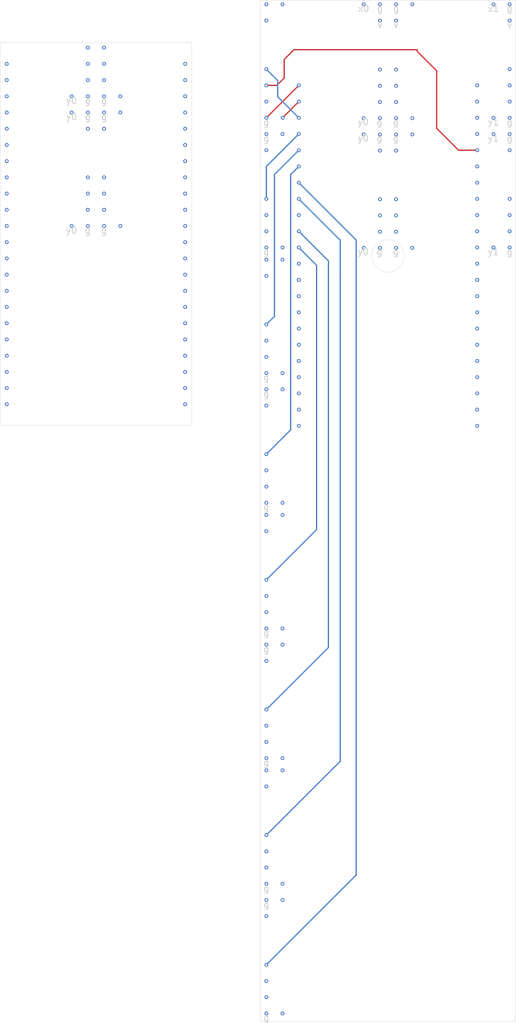
<source format=kicad_pcb>
(kicad_pcb
	(version 20241229)
	(generator "pcbnew")
	(generator_version "9.0")
	(general
		(thickness 1.6)
		(legacy_teardrops no)
	)
	(paper "A4")
	(layers
		(0 "F.Cu" signal)
		(2 "B.Cu" signal)
		(9 "F.Adhes" user "F.Adhesive")
		(11 "B.Adhes" user "B.Adhesive")
		(13 "F.Paste" user)
		(15 "B.Paste" user)
		(5 "F.SilkS" user "F.Silkscreen")
		(7 "B.SilkS" user "B.Silkscreen")
		(1 "F.Mask" user)
		(3 "B.Mask" user)
		(17 "Dwgs.User" user "User.Drawings")
		(19 "Cmts.User" user "User.Comments")
		(21 "Eco1.User" user "User.Eco1")
		(23 "Eco2.User" user "User.Eco2")
		(25 "Edge.Cuts" user)
		(27 "Margin" user)
		(31 "F.CrtYd" user "F.Courtyard")
		(29 "B.CrtYd" user "B.Courtyard")
		(35 "F.Fab" user)
		(33 "B.Fab" user)
		(39 "User.1" user)
		(41 "User.2" user)
		(43 "User.3" user)
		(45 "User.4" user)
	)
	(setup
		(pad_to_mask_clearance 0)
		(allow_soldermask_bridges_in_footprints no)
		(tenting front back)
		(pcbplotparams
			(layerselection 0x00000000_00000000_55555555_5755f5ff)
			(plot_on_all_layers_selection 0x00000000_00000000_00000000_00000000)
			(disableapertmacros no)
			(usegerberextensions no)
			(usegerberattributes yes)
			(usegerberadvancedattributes yes)
			(creategerberjobfile yes)
			(dashed_line_dash_ratio 12.000000)
			(dashed_line_gap_ratio 3.000000)
			(svgprecision 4)
			(plotframeref no)
			(mode 1)
			(useauxorigin no)
			(hpglpennumber 1)
			(hpglpenspeed 20)
			(hpglpendiameter 15.000000)
			(pdf_front_fp_property_popups yes)
			(pdf_back_fp_property_popups yes)
			(pdf_metadata yes)
			(pdf_single_document no)
			(dxfpolygonmode yes)
			(dxfimperialunits yes)
			(dxfusepcbnewfont yes)
			(psnegative no)
			(psa4output no)
			(plot_black_and_white yes)
			(plotinvisibletext no)
			(sketchpadsonfab no)
			(plotpadnumbers no)
			(hidednponfab no)
			(sketchdnponfab yes)
			(crossoutdnponfab yes)
			(subtractmaskfromsilk no)
			(outputformat 1)
			(mirror no)
			(drillshape 1)
			(scaleselection 1)
			(outputdirectory "")
		)
	)
	(net 0 "")
	(gr_line
		(start 80.33 62.87)
		(end 120.33 62.87)
		(stroke
			(width 0.1)
			(type solid)
		)
		(layer "F.Paste")
		(uuid "0c420a98-cfae-4b92-8448-188983f9399d")
	)
	(gr_line
		(start 100.33 42.55)
		(end 100.33 182.88)
		(stroke
			(width 0.1)
			(type default)
		)
		(layer "F.Paste")
		(uuid "1d30fb84-6473-4016-91c9-9bc8e6730e99")
	)
	(gr_rect
		(start 91.44 33.72)
		(end 97.79 36.26)
		(stroke
			(width 0.05)
			(type default)
		)
		(fill no)
		(layer "F.Paste")
		(uuid "2075018c-b9d4-48c0-b9f1-1ca95b1371aa")
	)
	(gr_rect
		(start 57.14 30.29)
		(end 63.49 32.83)
		(stroke
			(width 0.05)
			(type default)
		)
		(fill no)
		(layer "F.Paste")
		(uuid "5800117d-6a72-4d0a-bac7-c366d8b74e9a")
	)
	(gr_rect
		(start 102.87 33.72)
		(end 109.22 36.26)
		(stroke
			(width 0.05)
			(type default)
		)
		(fill no)
		(layer "F.Paste")
		(uuid "5cfab124-64d6-4f18-9a36-64363dffe57d")
	)
	(gr_line
		(start 80.33 102.87)
		(end 120.33 102.87)
		(stroke
			(width 0.1)
			(type solid)
		)
		(layer "F.Paste")
		(uuid "79bc3135-738c-4085-a5aa-e82d62e56b1d")
	)
	(gr_line
		(start 80.33 122.555)
		(end 120.33 122.555)
		(stroke
			(width 0.1)
			(type solid)
		)
		(layer "F.Paste")
		(uuid "886cbf53-a216-459f-9da8-87bd2680ec0c")
	)
	(gr_circle
		(center 54.6 59.5)
		(end 57.14 59.5)
		(stroke
			(width 0.05)
			(type default)
		)
		(fill no)
		(layer "F.Paste")
		(uuid "8a6965c7-1c2a-460b-9d79-11430857a755")
	)
	(gr_line
		(start 80.33 82.55)
		(end 120.33 82.55)
		(stroke
			(width 0.1)
			(type solid)
		)
		(layer "F.Paste")
		(uuid "8aff736e-aeeb-48e0-9dda-40ef3933354e")
	)
	(gr_line
		(start 80.33 102.875)
		(end 120.33 102.875)
		(stroke
			(width 0.1)
			(type solid)
		)
		(layer "F.Paste")
		(uuid "a2e34281-189a-4705-b879-9dc0fca89410")
	)
	(gr_rect
		(start 85.33 32.87)
		(end 115.33 92.87)
		(stroke
			(width 0.05)
			(type solid)
		)
		(fill no)
		(layer "F.Paste")
		(uuid "a350728e-fb87-453e-821d-6f483af4cb63")
	)
	(gr_line
		(start 80.33 42.55)
		(end 120.33 42.55)
		(stroke
			(width 0.1)
			(type solid)
		)
		(layer "F.Paste")
		(uuid "a5906828-ec04-423d-8a7a-b931963987ab")
	)
	(gr_line
		(start 100.33 42.55)
		(end 100.33 22.87)
		(stroke
			(width 0.1)
			(type solid)
		)
		(layer "F.Paste")
		(uuid "e4a4ac14-c85a-4537-94bb-64bc2d100fbf")
	)
	(gr_line
		(start 80.33 162.56)
		(end 120.33 162.56)
		(stroke
			(width 0.1)
			(type solid)
		)
		(layer "F.Paste")
		(uuid "f022d1ea-2bfd-4ab1-abed-5208d2342a23")
	)
	(gr_line
		(start 80.33 142.88)
		(end 120.33 142.88)
		(stroke
			(width 0.1)
			(type solid)
		)
		(layer "F.Paste")
		(uuid "f790ecaa-7f6f-4aa3-b5ab-ca2225b98462")
	)
	(gr_rect
		(start 45.71 30.29)
		(end 52.06 32.83)
		(stroke
			(width 0.05)
			(type default)
		)
		(fill no)
		(layer "F.Paste")
		(uuid "feb8502d-06aa-4784-8b56-9a16cf7a878e")
	)
	(gr_rect
		(start 39.6 29.5)
		(end 69.6 89.5)
		(stroke
			(width 0.05)
			(type solid)
		)
		(fill no)
		(layer "Edge.Cuts")
		(uuid "1ccdc5e6-6b8e-4379-b231-d3a9a4ca8632")
	)
	(gr_rect
		(start 80.33 22.87)
		(end 120.33 182.87)
		(stroke
			(width 0.05)
			(type solid)
		)
		(fill no)
		(layer "Edge.Cuts")
		(uuid "d4dabb8b-81cd-4029-8989-4833c54965b7")
	)
	(gr_circle
		(center 100.33 62.93)
		(end 102.87 62.93)
		(stroke
			(width 0.05)
			(type default)
		)
		(fill no)
		(layer "Edge.Cuts")
		(uuid "f5389002-b2e6-4903-8659-b9974f10c7ce")
	)
	(gr_text "y0"
		(at 81.28 34.93 0)
		(layer "F.Paste")
		(uuid "019c40b6-5202-4e26-aa7a-0adf48e5d0e6")
		(effects
			(font
				(size 1 1)
				(thickness 0.15)
			)
			(justify bottom)
		)
	)
	(gr_text "gnd"
		(at 40.63 35.37 0)
		(layer "F.Paste")
		(uuid "01f3ba11-28f6-4f71-90e1-d83baec7bebf")
		(effects
			(font
				(size 1 1)
				(thickness 0.15)
			)
			(justify left bottom)
		)
	)
	(gr_text "o"
		(at 99 60.33 0)
		(layer "F.Paste")
		(uuid "02aaf3b5-a5d9-4283-b369-68f9cd0e7435")
		(effects
			(font
				(size 1 1)
				(thickness 0.15)
			)
			(justify bottom)
		)
	)
	(gr_text "v"
		(at 58.41 41.72 0)
		(layer "F.Paste")
		(uuid "0300b755-48e5-440c-a701-90790e1403b1")
		(effects
			(font
				(size 1 1)
				(thickness 0.15)
			)
			(justify bottom)
		)
	)
	(gr_text "led-48"
		(at 114.3 51.44 0)
		(layer "F.Paste")
		(uuid "040812fc-31ca-4712-ab42-c599a4298a2e")
		(effects
			(font
				(size 1 1)
				(thickness 0.15)
			)
			(justify right bottom)
		)
	)
	(gr_text "x0"
		(at 101.54 34.93 0)
		(layer "F.Paste")
		(uuid "068f3042-bc0f-4f32-b3b7-19bca5749401")
		(effects
			(font
				(size 1 1)
				(thickness 0.15)
			)
			(justify bottom)
		)
	)
	(gr_text "9"
		(at 86.36 53.98 0)
		(layer "F.Paste")
		(uuid "09f27c2c-5c82-41a2-a48d-ca673d63b836")
		(effects
			(font
				(size 1 1)
				(thickness 0.15)
			)
			(justify left bottom)
		)
	)
	(gr_text "i"
		(at 81.28 60.33 0)
		(layer "F.Paste")
		(uuid "0a4464e4-ead8-4d85-bdd2-2598163bc7ab")
		(effects
			(font
				(size 1 1)
				(thickness 0.15)
			)
			(justify bottom)
		)
	)
	(gr_text "o"
		(at 53.33 56.96 0)
		(layer "F.Paste")
		(uuid "0a6cdd24-9b65-4918-91f9-258a33ab229b")
		(effects
			(font
				(size 1 1)
				(thickness 0.15)
			)
			(justify bottom)
		)
	)
	(gr_text "v"
		(at 83.82 45.09 0)
		(layer "F.Paste")
		(uuid "0ae4ec65-8c1b-4f33-b277-3b67b1292ec3")
		(effects
			(font
				(size 1 1)
				(thickness 0.15)
			)
			(justify bottom)
		)
	)
	(gr_text "v"
		(at 83.82 165.105 0)
		(layer "F.Paste")
		(uuid "0b1ba8ce-9eee-460c-857d-f0312551e150")
		(effects
			(font
				(size 1 1)
				(thickness 0.15)
			)
			(justify bottom)
		)
	)
	(gr_text "i"
		(at 55.87 56.96 0)
		(layer "F.Paste")
		(uuid "0b838b67-0b5d-460b-9d50-1aae8d689086")
		(effects
			(font
				(size 1 1)
				(thickness 0.15)
			)
			(justify bottom)
		)
	)
	(gr_text "v"
		(at 104.14 24.77 0)
		(layer "F.Paste")
		(uuid "0e2423ec-0c81-4ecc-a441-56fb4abd026a")
		(effects
			(font
				(size 1 1)
				(thickness 0.15)
			)
			(justify bottom)
		)
	)
	(gr_text "38"
		(at 40.63 63.31 0)
		(layer "F.Paste")
		(uuid "12785a81-de1d-40b9-aef4-d4c3f38f5cb3")
		(effects
			(font
				(size 1 1)
				(thickness 0.15)
			)
			(justify left bottom)
		)
	)
	(gr_text "6"
		(at 68.57 73.47 0)
		(layer "F.Paste")
		(uuid "1537865a-c7c3-43a1-a522-b060ac02b7c4")
		(effects
			(font
				(size 1 1)
				(thickness 0.15)
			)
			(justify right bottom)
		)
	)
	(gr_text "3"
		(at 86.36 59.06 0)
		(layer "F.Paste")
		(uuid "1549e03f-6f65-4420-9f1e-3a9e97ecd05d")
		(effects
			(font
				(size 1 1)
				(thickness 0.15)
			)
			(justify left bottom)
		)
	)
	(gr_text "x1"
		(at 55.87 51.88 0)
		(layer "F.Paste")
		(uuid "165bb8d6-19ec-444d-9d72-2bf96f2893f2")
		(effects
			(font
				(size 1 1)
				(thickness 0.15)
			)
			(justify bottom)
		)
	)
	(gr_text "v"
		(at 119.38 47.63 0)
		(layer "F.Paste")
		(uuid "1920b42b-e7c5-454a-9ce1-c611a405a81c")
		(effects
			(font
				(size 1 1)
				(thickness 0.15)
			)
			(justify bottom)
		)
	)
	(gr_text "v"
		(at 104.08 45.09 0)
		(layer "F.Paste")
		(uuid "1bb7497a-aa6c-4dd0-bdef-2e125d583880")
		(effects
			(font
				(size 1 1)
				(thickness 0.15)
			)
			(justify bottom)
		)
	)
	(gr_text "v"
		(at 83.82 24.77 0)
		(layer "F.Paste")
		(uuid "1c5c17ac-c1d7-4262-a882-5d94977a6a74")
		(effects
			(font
				(size 1 1)
				(thickness 0.15)
			)
			(justify bottom)
		)
	)
	(gr_text "7"
		(at 86.36 74.3 0)
		(layer "F.Paste")
		(uuid "1d1763a7-d55c-4247-980c-d5db5d62b506")
		(effects
			(font
				(size 1 1)
				(thickness 0.15)
			)
			(justify left bottom)
		)
	)
	(gr_text "gnd"
		(at 114.3 38.74 0)
		(layer "F.Paste")
		(uuid "1ea641a5-ac70-495d-b7bc-c16b54b52cf7")
		(effects
			(font
				(size 1 1)
				(thickness 0.15)
			)
			(justify right bottom)
		)
	)
	(gr_text "v"
		(at 83.82 162.565 0)
		(layer "F.Paste")
		(uuid "1f7ccbf2-c4d2-45bd-bd35-ac67c02a06ab")
		(effects
			(font
				(size 1 1)
				(thickness 0.15)
			)
			(justify bottom)
		)
	)
	(gr_text "gnd"
		(at 68.57 32.83 0)
		(layer "F.Paste")
		(uuid "22ae9a75-4c0c-427e-957b-e44b59b66403")
		(effects
			(font
				(size 1 1)
				(thickness 0.15)
			)
			(justify right bottom)
		)
	)
	(gr_text "g"
		(at 81.28 24.77 0)
		(layer "F.Paste")
		(uuid "251a830a-5636-42be-86ba-094777028b8b")
		(effects
			(font
				(size 1 1)
				(thickness 0.15)
			)
			(justify bottom)
		)
	)
	(gr_text "o"
		(at 119.38 37.47 0)
		(layer "F.Paste")
		(uuid "29332194-a457-490e-932a-1c7c7bddd281")
		(effects
			(font
				(size 1 1)
				(thickness 0.15)
			)
			(justify bottom)
		)
	)
	(gr_text "14"
		(at 86.36 41.28 0)
		(layer "F.Paste")
		(uuid "296a5868-d789-4ad3-8be7-88702151cb39")
		(effects
			(font
				(size 1 1)
				(thickness 0.15)
			)
			(justify left bottom)
		)
	)
	(gr_text "g"
		(at 81.28 64.775 0)
		(layer "F.Paste")
		(uuid "2a13a572-cdbf-489d-91d0-6484b5c686f5")
		(effects
			(font
				(size 1 1)
				(thickness 0.15)
			)
			(justify bottom)
		)
	)
	(gr_text "v"
		(at 81.28 127.64 0)
		(layer "F.Paste")
		(uuid "2a45be30-9110-43b3-bbbe-7107a971c288")
		(effects
			(font
				(size 1 1)
				(thickness 0.15)
			)
			(justify bottom)
		)
	)
	(gr_text "v"
		(at 83.82 144.785 0)
		(layer "F.Paste")
		(uuid "2faf0de1-cbba-40d8-9a43-c1e96097acec")
		(effects
			(font
				(size 1 1)
				(thickness 0.15)
			)
			(justify bottom)
		)
	)
	(gr_text "47"
		(at 40.63 45.53 0)
		(layer "F.Paste")
		(uuid "3089deb5-91a4-4e10-a9fd-11992d828b0b")
		(effects
			(font
				(size 1 1)
				(thickness 0.15)
			)
			(justify left bottom)
		)
	)
	(gr_text "8"
		(at 68.57 58.23 0)
		(layer "F.Paste")
		(uuid "316f78b4-e5a9-4952-8fca-f8fdecb471e3")
		(effects
			(font
				(size 1 1)
				(thickness 0.15)
			)
			(justify right bottom)
		)
	)
	(gr_text "v"
		(at 55.87 44.26 0)
		(layer "F.Paste")
		(uuid "31edbb40-2b9b-4ced-a334-2ceed9e57fae")
		(effects
			(font
				(size 1 1)
				(thickness 0.15)
			)
			(justify bottom)
		)
	)
	(gr_text "21"
		(at 40.63 42.99 0)
		(layer "F.Paste")
		(uuid "32498c20-020a-409e-97fc-c53d3de6821c")
		(effects
			(font
				(size 1 1)
				(thickness 0.15)
			)
			(justify left bottom)
		)
	)
	(gr_text "36"
		(at 40.63 58.23 0)
		(layer "F.Paste")
		(uuid "32b822a6-0092-4ba1-94c1-fed0e6a7fa31")
		(effects
			(font
				(size 1 1)
				(thickness 0.15)
			)
			(justify left bottom)
		)
	)
	(gr_text "i"
		(at 101.54 60.33 0)
		(layer "F.Paste")
		(uuid "396b94f9-e1d8-4f2a-b600-79251873021f")
		(effects
			(font
				(size 1 1)
				(thickness 0.15)
			)
			(justify bottom)
		)
	)
	(gr_text "v"
		(at 83.82 82.555 0)
		(layer "F.Paste")
		(uuid "3ba056a1-c16c-49f2-9b78-a757cff9a8f0")
		(effects
			(font
				(size 1 1)
				(thickness 0.15)
			)
			(justify bottom)
		)
	)
	(gr_text "v"
		(at 83.82 125.1 0)
		(layer "F.Paste")
		(uuid "3ca1ccf3-cc5d-4290-8e31-b01e050f53b5")
		(effects
			(font
				(size 1 1)
				(thickness 0.15)
			)
			(justify bottom)
		)
	)
	(gr_text "v"
		(at 104.08 62.87 0)
		(layer "F.Paste")
		(uuid "3f858923-6b04-4ec6-9358-42298e0d06ef")
		(effects
			(font
				(size 1 1)
				(thickness 0.15)
			)
			(justify bottom)
		)
	)
	(gr_text "o"
		(at 99 37.47 0)
		(layer "F.Paste")
		(uuid "3f9db1ce-113d-49ae-bf67-5538178768ef")
		(effects
			(font
				(size 1 1)
				(thickness 0.15)
			)
			(justify bottom)
		)
	)
	(gr_text "y4"
		(at 81.28 114.94 0)
		(layer "F.Paste")
		(uuid "4123c2b5-48a5-44e4-8e69-0c8c58da0b1a")
		(effects
			(font
				(size 1 1)
				(thickness 0.15)
			)
			(justify bottom)
		)
	)
	(gr_text "o"
		(at 81.28 57.79 0)
		(layer "F.Paste")
		(uuid "42c7a4ca-59c5-4699-8292-d8682bccd9b5")
		(effects
			(font
				(size 1 1)
				(thickness 0.15)
			)
			(justify bottom)
		)
	)
	(gr_text "3v3"
		(at 86.36 87 0)
		(layer "F.Paste")
		(uuid "44935093-7a7a-49f7-8586-8efe2e79c409")
		(effects
			(font
				(size 1 1)
				(thickness 0.15)
			)
			(justify left bottom)
		)
	)
	(gr_text "4"
		(at 68.57 78.55 0)
		(layer "F.Paste")
		(uuid "457d6a94-aad4-4dcc-83a3-b80b255380f3")
		(effects
			(font
				(size 1 1)
				(thickness 0.15)
			)
			(justify right bottom)
		)
	)
	(gr_text "v"
		(at 81.28 87.635 0)
		(layer "F.Paste")
		(uuid "46cc2753-8318-429c-8179-d9574f92ce55")
		(effects
			(font
				(size 1 1)
				(thickness 0.15)
			)
			(justify bottom)
		)
	)
	(gr_text "x0"
		(at 119.38 34.93 0)
		(layer "F.Paste")
		(uuid "476ffa4c-8124-4ce2-9979-d1175e5b45f6")
		(effects
			(font
				(size 1 1)
				(thickness 0.15)
			)
			(justify bottom)
		)
	)
	(gr_text "v"
		(at 83.82 182.885 0)
		(layer "F.Paste")
		(uuid "49ec8866-aa0a-4970-b40d-22e7b46ac3f9")
		(effects
			(font
				(size 1 1)
				(thickness 0.15)
			)
			(justify bottom)
		)
	)
	(gr_text "6"
		(at 86.36 76.84 0)
		(layer "F.Paste")
		(uuid "4af95323-dd82-4fd4-86bd-790ae9dfa306")
		(effects
			(font
				(size 1 1)
				(thickness 0.15)
			)
			(justify left bottom)
		)
	)
	(gr_text "v"
		(at 58.41 39.18 0)
		(layer "F.Paste")
		(uuid "4c086949-9074-4130-b139-5c907b655704")
		(effects
			(font
				(size 1 1)
				(thickness 0.15)
			)
			(justify bottom)
		)
	)
	(gr_text "o"
		(at 101.54 57.79 0)
		(layer "F.Paste")
		(uuid "4c7a986a-685b-45e1-ba6f-ccbeded91d10")
		(effects
			(font
				(size 1 1)
				(thickness 0.15)
			)
			(justify bottom)
		)
	)
	(gr_text "gnd"
		(at 114.3 36.2 0)
		(layer "F.Paste")
		(uuid "4f7845a9-2a75-4e1a-979a-6470ac672d60")
		(effects
			(font
				(size 1 1)
				(thickness 0.15)
			)
			(justify right bottom)
		)
	)
	(gr_text "v"
		(at 83.82 142.88 0)
		(layer "F.Paste")
		(uuid "524acdee-6e58-43ae-a9a2-5bf11cad7a1c")
		(effects
			(font
				(size 1 1)
				(thickness 0.15)
			)
			(justify bottom)
		)
	)
	(gr_text "v"
		(at 99 47.63 0)
		(layer "F.Paste")
		(uuid "52dec99b-b7a7-4ff1-9c94-5d01cce26f91")
		(effects
			(font
				(size 1 1)
				(thickness 0.15)
			)
			(justify bottom)
		)
	)
	(gr_text "i"
		(at 101.54 37.47 0)
		(layer "F.Paste")
		(uuid "52f2f0d3-55e3-4dec-b776-f919ecdd7101")
		(effects
			(font
				(size 1 1)
				(thickness 0.15)
			)
			(justify bottom)
		)
	)
	(gr_text "x1"
		(at 101.54 55.25 0)
		(layer "F.Paste")
		(uuid "54f27da5-1213-487a-9113-26d8ac87a9d5")
		(effects
			(font
				(size 1 1)
				(thickness 0.15)
			)
			(justify bottom)
		)
	)
	(gr_text "boot-0"
		(at 114.3 56.52 0)
		(layer "F.Paste")
		(uuid "57efec45-be1d-45b5-8ec4-eb2cf136b1d7")
		(effects
			(font
				(size 1 1)
				(thickness 0.15)
			)
			(justify right bottom)
		)
	)
	(gr_text "18"
		(at 68.57 60.77 0)
		(layer "F.Paste")
		(uuid "59b25b95-6ce1-4f85-95a6-c3cf08a129a7")
		(effects
			(font
				(size 1 1)
				(thickness 0.15)
			)
			(justify right bottom)
		)
	)
	(gr_text "2"
		(at 40.63 76.01 0)
		(layer "F.Paste")
		(uuid "5a45d3ee-99e5-45b2-a493-23cf0f605aa9")
		(effects
			(font
				(size 1 1)
				(thickness 0.15)
			)
			(justify left bottom)
		)
	)
	(gr_text "37"
		(at 40.63 60.77 0)
		(layer "F.Paste")
		(uuid "5b3f1f22-f6a9-411d-a768-94c5b5842b9e")
		(effects
			(font
				(size 1 1)
				(thickness 0.15)
			)
			(justify left bottom)
		)
	)
	(gr_text "v"
		(at 83.82 64.775 0)
		(layer "F.Paste")
		(uuid "5b4418d4-8b6b-447c-8632-4ea257dfbf82")
		(effects
			(font
				(size 1 1)
				(thickness 0.15)
			)
			(justify bottom)
		)
	)
	(gr_text "o"
		(at 55.87 36.64 0)
		(layer "F.Paste")
		(uuid "5c5a88ce-b2ae-4db1-b3bf-644a0205fdce")
		(effects
			(font
				(size 1 1)
				(thickness 0.15)
			)
			(justify bottom)
		)
	)
	(gr_text "v"
		(at 83.82 122.56 0)
		(layer "F.Paste")
		(uuid "5cb0459a-5e2b-4dc0-826d-a0e13398d955")
		(effects
			(font
				(size 1 1)
				(thickness 0.15)
			)
			(justify bottom)
		)
	)
	(gr_text "i"
		(at 119.38 40.01 0)
		(layer "F.Paste")
		(uuid "5ccd893b-e3fb-4dde-924d-507037e0518f")
		(effects
			(font
				(size 1 1)
				(thickness 0.15)
			)
			(justify bottom)
		)
	)
	(gr_text "41"
		(at 40.63 70.93 0)
		(layer "F.Paste")
		(uuid "5d35f5c5-4df0-47a2-9e3b-f10be625e22e")
		(effects
			(font
				(size 1 1)
				(thickness 0.15)
			)
			(justify left bottom)
		)
	)
	(gr_text "8"
		(at 86.36 61.6 0)
		(layer "F.Paste")
		(uuid "5d8a4591-fe58-4594-92b8-18271d817731")
		(effects
			(font
				(size 1 1)
				(thickness 0.15)
			)
			(justify left bottom)
		)
	)
	(gr_text "1"
		(at 40.63 78.55 0)
		(layer "F.Paste")
		(uuid "5dac3712-d652-431e-acdf-28a6de2aa218")
		(effects
			(font
				(size 1 1)
				(thickness 0.15)
			)
			(justify left bottom)
		)
	)
	(gr_text "38"
		(at 114.3 66.68 0)
		(layer "F.Paste")
		(uuid "5f8a6d5a-3bc7-4e19-b645-69afe59e49d8")
		(effects
			(font
				(size 1 1)
				(thickness 0.15)
			)
			(justify right bottom)
		)
	)
	(gr_text "36"
		(at 114.3 61.6 0)
		(layer "F.Paste")
		(uuid "6150a4a5-941f-4149-b67e-6ec7aaa00b97")
		(effects
			(font
				(size 1 1)
				(thickness 0.15)
			)
			(justify right bottom)
		)
	)
	(gr_text "gnd"
		(at 114.3 89.54 0)
		(layer "F.Paste")
		(uuid "61ea719d-b90c-4c82-a005-4da68b50d22e")
		(effects
			(font
				(size 1 1)
				(thickness 0.15)
			)
			(justify right bottom)
		)
	)
	(gr_text "v"
		(at 81.28 167.645 0)
		(layer "F.Paste")
		(uuid "63849bf7-d4e4-4cb8-b822-1158fd5e0a64")
		(effects
			(font
				(size 1 1)
				(thickness 0.15)
			)
			(justify bottom)
		)
	)
	(gr_text "19-dn"
		(at 40.63 37.91 0)
		(layer "F.Paste")
		(uuid "6522d5c1-2529-466e-9e08-b376ee87976f")
		(effects
			(font
				(size 1 1)
				(thickness 0.15)
			)
			(justify left bottom)
		)
	)
	(gr_text "45-key"
		(at 40.63 50.61 0)
		(layer "F.Paste")
		(uuid "66b7fce5-e9fd-4e28-acb8-795b4a5a253b")
		(effects
			(font
				(size 1 1)
				(thickness 0.15)
			)
			(justify left bottom)
		)
	)
	(gr_text "v"
		(at 81.28 167.645 0)
		(layer "F.Paste")
		(uuid "68829971-09bb-4044-87d5-1f446bc710b4")
		(effects
			(font
				(size 1 1)
				(thickness 0.15)
			)
			(justify bottom)
		)
	)
	(gr_text "3v3"
		(at 68.57 83.63 0)
		(layer "F.Paste")
		(uuid "68d52dcb-daec-40c2-9480-080e142459c0")
		(effects
			(font
				(size 1 1)
				(thickness 0.15)
			)
			(justify right bottom)
		)
	)
	(gr_text "13"
		(at 86.36 43.82 0)
		(layer "F.Paste")
		(uuid "6a5aca5f-cf25-42c3-8dcf-e775e1bcd254")
		(effects
			(font
				(size 1 1)
				(thickness 0.15)
			)
			(justify left bottom)
		)
	)
	(gr_text "v"
		(at 83.82 85.095 0)
		(layer "F.Paste")
		(uuid "6c059b7b-dfd3-4d7e-ba75-8e04cdef35e1")
		(effects
			(font
				(size 1 1)
				(thickness 0.15)
			)
			(justify bottom)
		)
	)
	(gr_text "o"
		(at 119.38 60.33 0)
		(layer "F.Paste")
		(uuid "6c6b7737-b397-4744-a67e-b708ad82a1b3")
		(effects
			(font
				(size 1 1)
				(thickness 0.15)
			)
			(justify bottom)
		)
	)
	(gr_text "v"
		(at 53.33 44.26 0)
		(layer "F.Paste")
		(uuid "6c92bd41-7f35-4f03-b8be-f033b51c6965")
		(effects
			(font
				(size 1 1)
				(thickness 0.15)
			)
			(justify bottom)
		)
	)
	(gr_text "3"
		(at 68.57 55.69 0)
		(layer "F.Paste")
		(uuid "6ee5ac0d-8e73-4f8f-baa7-89645be2528a")
		(effects
			(font
				(size 1 1)
				(thickness 0.15)
			)
			(justify right bottom)
		)
	)
	(gr_text "i"
		(at 81.28 100.335 0)
		(layer "F.Paste")
		(uuid "6f4aca76-2111-49c2-8557-a07ea8d99d2f")
		(effects
			(font
				(size 1 1)
				(thickness 0.15)
			)
			(justify bottom)
		)
	)
	(gr_text "v"
		(at 81.28 47.63 0)
		(layer "F.Paste")
		(uuid "6f4c1fdb-caff-4036-b1b7-16a6cdc25f90")
		(effects
			(font
				(size 1 1)
				(thickness 0.15)
			)
			(justify bottom)
		)
	)
	(gr_text "5"
		(at 86.36 79.38 0)
		(layer "F.Paste")
		(uuid "6fbad6b4-2faa-4fdb-973d-38f2b0876be1")
		(effects
			(font
				(size 1 1)
				(thickness 0.15)
			)
			(justify left bottom)
		)
	)
	(gr_text "20-dp"
		(at 40.63 40.45 0)
		(layer "F.Paste")
		(uuid "7049e16d-8458-4847-93c7-ecd8a1856a74")
		(effects
			(font
				(size 1 1)
				(thickness 0.15)
			)
			(justify left bottom)
		)
	)
	(gr_text "y2"
		(at 81.28 74.935 0)
		(layer "F.Paste")
		(uuid "7078cd9f-92b6-41c6-beee-3d012a211ced")
		(effects
			(font
				(size 1 1)
				(thickness 0.15)
			)
			(justify bottom)
		)
	)
	(gr_text "16"
		(at 68.57 65.85 0)
		(layer "F.Paste")
		(uuid "70a69256-8044-4e7a-b4a5-237bec55b467")
		(effects
			(font
				(size 1 1)
				(thickness 0.15)
			)
			(justify right bottom)
		)
	)
	(gr_text "7"
		(at 68.57 70.93 0)
		(layer "F.Paste")
		(uuid "70a84704-b5f8-4f79-8a78-1c804002dc2b")
		(effects
			(font
				(size 1 1)
				(thickness 0.15)
			)
			(justify right bottom)
		)
	)
	(gr_text "x0"
		(at 55.87 31.56 0)
		(layer "F.Paste")
		(uuid "7599d07b-b698-4427-a7b1-6b3d95fb72b2")
		(effects
			(font
				(size 1 1)
				(thickness 0.15)
			)
			(justify bottom)
		)
	)
	(gr_text "v"
		(at 83.82 42.55 0)
		(layer "F.Paste")
		(uuid "766ec296-c2fb-4577-b729-87edb501541e")
		(effects
			(font
				(size 1 1)
				(thickness 0.15)
			)
			(justify bottom)
		)
	)
	(gr_text "y3"
		(at 81.28 95.255 0)
		(layer "F.Paste")
		(uuid "7b340e88-1db1-4f7c-9ef4-31a7e8db271a")
		(effects
			(font
				(size 1 1)
				(thickness 0.15)
			)
			(justify bottom)
		)
	)
	(gr_text "i"
		(at 119.38 57.79 0)
		(layer "F.Paste")
		(uuid "7f16ce0f-9d5d-4343-8d31-a737b3f8a99e")
		(effects
			(font
				(size 1 1)
				(thickness 0.15)
			)
			(justify bottom)
		)
	)
	(gr_text "v"
		(at 104.08 42.55 0)
		(layer "F.Paste")
		(uuid "7ff24ef9-e7b8-4b10-98ed-ed53da9ab1d8")
		(effects
			(font
				(size 1 1)
				(thickness 0.15)
			)
			(justify bottom)
		)
	)
	(gr_text "o"
		(at 81.28 80.015 0)
		(layer "F.Paste")
		(uuid "804170ee-89b8-4bad-ab64-87a07f7ba128")
		(effects
			(font
				(size 1 1)
				(thickness 0.15)
			)
			(justify bottom)
		)
	)
	(gr_text "x1"
		(at 99 55.25 0)
		(layer "F.Paste")
		(uuid "80fce19d-deb5-4be2-827e-5c3bde2b8b1c")
		(effects
			(font
				(size 1 1)
				(thickness 0.15)
			)
			(justify bottom)
		)
	)
	(gr_text "10"
		(at 68.57 48.07 0)
		(layer "F.Paste")
		(uuid "822aca90-9107-4749-b484-61dcc8b09c66")
		(effects
			(font
				(size 1 1)
				(thickness 0.15)
			)
			(justify right bottom)
		)
	)
	(gr_text "rx"
		(at 114.3 84.46 0)
		(layer "F.Paste")
		(uuid "82bed6fd-0377-45bf-8b39-d775138da3da")
		(effects
			(font
				(size 1 1)
				(thickness 0.15)
			)
			(justify right bottom)
		)
	)
	(gr_text "35"
		(at 114.3 59.06 0)
		(layer "F.Paste")
		(uuid "841cebe3-b21b-422d-9f48-8cbeb2ba214d")
		(effects
			(font
				(size 1 1)
				(thickness 0.15)
			)
			(justify right bottom)
		)
	)
	(gr_text "x0"
		(at 99 34.93 0)
		(layer "F.Paste")
		(uuid "844c2d5d-42f5-497e-9e63-9d7bb177e6a0")
		(effects
			(font
				(size 1 1)
				(thickness 0.15)
			)
			(justify bottom)
		)
	)
	(gr_text "14"
		(at 68.57 37.91 0)
		(layer "F.Paste")
		(uuid "8541711e-c4d6-4b68-99b4-c290a9ec3237")
		(effects
			(font
				(size 1 1)
				(thickness 0.15)
			)
			(justify right bottom)
		)
	)
	(gr_text "15"
		(at 86.36 71.76 0)
		(layer "F.Paste")
		(uuid "8676c5ab-f0d6-4a1f-8e9c-fa4cdb4dd73d")
		(effects
			(font
				(size 1 1)
				(thickness 0.15)
			)
			(justify left bottom)
		)
	)
	(gr_text "y7"
		(at 81.28 175.265 0)
		(layer "F.Paste")
		(uuid "873fd309-ccf0-49a1-8daf-7944ddf7eecf")
		(effects
			(font
				(size 1 1)
				(thickness 0.15)
			)
			(justify bottom)
		)
	)
	(gr_text "17"
		(at 68.57 63.31 0)
		(layer "F.Paste")
		(uuid "8841d475-9009-4c09-befc-8fa3e2a32008")
		(effects
			(font
				(size 1 1)
				(thickness 0.15)
			)
			(justify right bottom)
		)
	)
	(gr_text "i"
		(at 53.33 36.64 0)
		(layer "F.Paste")
		(uuid "8a3a4b31-953a-43a3-80d4-d40ff8c4e624")
		(effects
			(font
				(size 1 1)
				(thickness 0.15)
			)
			(justify bottom)
		)
	)
	(gr_text "21"
		(at 114.3 46.36 0)
		(layer "F.Paste")
		(uuid "8f2eaa3a-fdd9-4edf-9d80-0d48e095eb00")
		(effects
			(font
				(size 1 1)
				(thickness 0.15)
			)
			(justify right bottom)
		)
	)
	(gr_text "11"
		(at 86.36 48.9 0)
		(layer "F.Paste")
		(uuid "9596628e-a05f-4c52-a93d-aa3c43f7de38")
		(effects
			(font
				(size 1 1)
				(thickness 0.15)
			)
			(justify left bottom)
		)
	)
	(gr_text "46-boot?"
		(at 86.36 56.52 0)
		(layer "F.Paste")
		(uuid "95c6a229-07da-4a21-ad23-95d7d17cf129")
		(effects
			(font
				(size 1 1)
				(thickness 0.15)
			)
			(justify left bottom)
		)
	)
	(gr_text "48-led"
		(at 40.63 48.07 0)
		(layer "F.Paste")
		(uuid "95dcf6b3-ca50-4f87-b49c-82af465fa8c7")
		(effects
			(font
				(size 1 1)
				(thickness 0.15)
			)
			(justify left bottom)
		)
	)
	(gr_text "gnd"
		(at 40.63 32.83 0)
		(layer "F.Paste")
		(uuid "9773f1ef-7dc0-4b40-8573-bb131439c8f5")
		(effects
			(font
				(size 1 1)
				(thickness 0.15)
			)
			(justify left bottom)
		)
	)
	(gr_text "37"
		(at 114.3 64.14 0)
		(layer "F.Paste")
		(uuid "982f5a44-d31f-4aa3-ba3e-80cbab1c1c03")
		(effects
			(font
				(size 1 1)
				(thickness 0.15)
			)
			(justify right bottom)
		)
	)
	(gr_text "o"
		(at 53.33 34.1 0)
		(layer "F.Paste")
		(uuid "9ccb9c89-84d0-46ce-856c-93889d3a66fc")
		(effects
			(font
				(size 1 1)
				(thickness 0.15)
			)
			(justify bottom)
		)
	)
	(gr_text "o"
		(at 55.87 54.42 0)
		(layer "F.Paste")
		(uuid "9cd2e394-231c-481f-aed9-bae919f509a8")
		(effects
			(font
				(size 1 1)
				(thickness 0.15)
			)
			(justify bottom)
		)
	)
	(gr_text "y6"
		(at 81.28 154.945 0)
		(layer "F.Paste")
		(uuid "9e7cde2b-2286-491d-a572-1d91618cc5c6")
		(effects
			(font
				(size 1 1)
				(thickness 0.15)
			)
			(justify bottom)
		)
	)
	(gr_text "11"
		(at 68.57 45.53 0)
		(layer "F.Paste")
		(uuid "a00b2cf0-5a0a-4652-8a34-d514f8ee4296")
		(effects
			(font
				(size 1 1)
				(thickness 0.15)
			)
			(justify right bottom)
		)
	)
	(gr_text "o"
		(at 81.28 160.025 0)
		(layer "F.Paste")
		(uuid "a17746c6-3e4b-4dbe-8d73-236309f99f77")
		(effects
			(font
				(size 1 1)
				(thickness 0.15)
			)
			(justify bottom)
		)
	)
	(gr_text "3v3"
		(at 68.57 86.17 0)
		(layer "F.Paste")
		(uuid "a1f6b683-6f0d-479a-82c5-eb8fb6efde90")
		(effects
			(font
				(size 1 1)
				(thickness 0.15)
			)
			(justify right bottom)
		)
	)
	(gr_text "5v"
		(at 68.57 35.37 0)
		(layer "F.Paste")
		(uuid "a24e451a-09a2-435a-82f8-216a1b7bc241")
		(effects
			(font
				(size 1 1)
				(thickness 0.15)
			)
			(justify right bottom)
		)
	)
	(gr_text "2"
		(at 114.3 79.38 0)
		(layer "F.Paste")
		(uuid "a29d51c1-84b0-48d9-9a16-1fd83efb081f")
		(effects
			(font
				(size 1 1)
				(thickness 0.15)
			)
			(justify right bottom)
		)
	)
	(gr_text "13"
		(at 68.57 40.45 0)
		(layer "F.Paste")
		(uuid "a35531f0-08eb-490b-a997-8393e21ea935")
		(effects
			(font
				(size 1 1)
				(thickness 0.15)
			)
			(justify right bottom)
		)
	)
	(gr_text "o"
		(at 81.28 40.01 0)
		(layer "F.Paste")
		(uuid "a572479a-b140-4a3c-be09-d0e09df76470")
		(effects
			(font
				(size 1 1)
				(thickness 0.15)
			)
			(justify bottom)
		)
	)
	(gr_text "v"
		(at 81.28 147.325 0)
		(layer "F.Paste")
		(uuid "a9440d56-5363-4f26-9c96-696a6fee0341")
		(effects
			(font
				(size 1 1)
				(thickness 0.15)
			)
			(justify bottom)
		)
	)
	(gr_text "0-boot"
		(at 40.63 53.15 0)
		(layer "F.Paste")
		(uuid "aa8ca0f5-5a50-4dd2-8b69-f5f85653864f")
		(effects
			(font
				(size 1 1)
				(thickness 0.15)
			)
			(justify left bottom)
		)
	)
	(gr_text "41"
		(at 114.3 74.3 0)
		(layer "F.Paste")
		(uuid "aaa6b86a-db44-4141-952f-b6343772b1e2")
		(effects
			(font
				(size 1 1)
				(thickness 0.15)
			)
			(justify right bottom)
		)
	)
	(gr_text "10"
		(at 86.36 51.44 0)
		(layer "F.Paste")
		(uuid "ac1cfc94-e3f4-4601-b771-883d26f92d5f")
		(effects
			(font
				(size 1 1)
				(thickness 0.15)
			)
			(justify left bottom)
		)
	)
	(gr_text "i"
		(at 81.28 37.47 0)
		(layer "F.Paste")
		(uuid "ad67d2c1-aed8-4d1d-9de9-4535aa624165")
		(effects
			(font
				(size 1 1)
				(thickness 0.15)
			)
			(justify bottom)
		)
	)
	(gr_text "y1"
		(at 81.28 55.25 0)
		(layer "F.Paste")
		(uuid "adc9c971-0298-4e26-a01c-1782e8ea9e65")
		(effects
			(font
				(size 1 1)
				(thickness 0.15)
			)
			(justify bottom)
		)
	)
	(gr_text "v"
		(at 83.82 62.87 0)
		(layer "F.Paste")
		(uuid "ae28be17-0a14-4a06-ad32-f7c9bd0ea72d")
		(effects
			(font
				(size 1 1)
				(thickness 0.15)
			)
			(justify bottom)
		)
	)
	(gr_text "o"
		(at 81.28 97.795 0)
		(layer "F.Paste")
		(uuid "af680fae-9966-4ec8-85d8-81f7033e3d69")
		(effects
			(font
				(size 1 1)
				(thickness 0.15)
			)
			(justify bottom)
		)
	)
	(gr_text "v"
		(at 101.54 47.63 0)
		(layer "F.Paste")
		(uuid "b4f2d89f-9c15-416d-ab54-3674d78c86da")
		(effects
			(font
				(size 1 1)
				(thickness 0.15)
			)
			(justify bottom)
		)
	)
	(gr_text "g"
		(at 81.28 144.785 0)
		(layer "F.Paste")
		(uuid "b536660f-b17e-46f8-979f-8999f72e0899")
		(effects
			(font
				(size 1 1)
				(thickness 0.15)
			)
			(justify bottom)
		)
	)
	(gr_text "40"
		(at 114.3 71.76 0)
		(layer "F.Paste")
		(uuid "bcdbfbb3-858e-4737-80f7-1f936b832d66")
		(effects
			(font
				(size 1 1)
				(thickness 0.15)
			)
			(justify right bottom)
		)
	)
	(gr_text "v"
		(at 81.28 67.315 0)
		(layer "F.Paste")
		(uuid "bec543a0-f987-454c-adbc-2f1dadbf8e85")
		(effects
			(font
				(size 1 1)
				(thickness 0.15)
			)
			(justify bottom)
		)
	)
	(gr_text "gnd"
		(at 40.63 86.17 0)
		(layer "F.Paste")
		(uuid "bfcbd093-1e88-4686-b504-c3eca59d270f")
		(effects
			(font
				(size 1 1)
				(thickness 0.15)
			)
			(justify left bottom)
		)
	)
	(gr_text "i"
		(at 81.28 157.485 0)
		(layer "F.Paste")
		(uuid "c0752e6a-78cd-4025-904f-f06fccb5edae")
		(effects
			(font
				(size 1 1)
				(thickness 0.15)
			)
			(justify bottom)
		)
	)
	(gr_text "rst"
		(at 86.36 84.46 0)
		(layer "F.Paste")
		(uuid "c08a1d09-ffd3-4cd5-8a31-f6f94fb6c6b8")
		(effects
			(font
				(size 1 1)
				(thickness 0.15)
			)
			(justify left bottom)
		)
	)
	(gr_text "i"
		(at 81.28 180.345 0)
		(layer "F.Paste")
		(uuid "c2ddf8e6-9072-41e9-9e1e-81b0fb0210e7")
		(effects
			(font
				(size 1 1)
				(thickness 0.15)
			)
			(justify bottom)
		)
	)
	(gr_text "18"
		(at 86.36 64.14 0)
		(layer "F.Paste")
		(uuid "c4c55dca-ba31-41b7-90bf-82aabe11ac8f")
		(effects
			(font
				(size 1 1)
				(thickness 0.15)
			)
			(justify left bottom)
		)
	)
	(gr_text "35"
		(at 40.63 55.69 0)
		(layer "F.Paste")
		(uuid "c56243b7-8538-43ba-a2d0-5ed4b79aba81")
		(effects
			(font
				(size 1 1)
				(thickness 0.15)
			)
			(justify left bottom)
		)
	)
	(gr_text "9"
		(at 68.57 50.61 0)
		(layer "F.Paste")
		(uuid "c5716016-4c2f-4cb5-9ee2-a7f943f9e68c")
		(effects
			(font
				(size 1 1)
				(thickness 0.15)
			)
			(justify right bottom)
		)
	)
	(gr_text "v"
		(at 83.82 165.105 0)
		(layer "F.Paste")
		(uuid "c5d67657-35a8-49b1-963a-5d03d09c9200")
		(effects
			(font
				(size 1 1)
				(thickness 0.15)
			)
			(justify bottom)
		)
	)
	(gr_text "tx"
		(at 40.63 83.63 0)
		(layer "F.Paste")
		(uuid "c6013347-267b-4590-a876-824e57d40c94")
		(effects
			(font
				(size 1 1)
				(thickness 0.15)
			)
			(justify left bottom)
		)
	)
	(gr_text "17"
		(at 86.36 66.68 0)
		(layer "F.Paste")
		(uuid "c9443be2-9224-42dd-9d5b-70b2244a5f49")
		(effects
			(font
				(size 1 1)
				(thickness 0.15)
			)
			(justify left bottom)
		)
	)
	(gr_text "5v"
		(at 86.36 38.74 0)
		(layer "F.Paste")
		(uuid "ca37896a-ddf4-4bc2-afbe-44ba1740c5a7")
		(effects
			(font
				(size 1 1)
				(thickness 0.15)
			)
			(justify left bottom)
		)
	)
	(gr_text "i"
		(at 99 40.01 0)
		(layer "F.Paste")
		(uuid "cc45f335-82e7-4391-8a32-814f807121b3")
		(effects
			(font
				(size 1 1)
				(thickness 0.15)
			)
			(justify bottom)
		)
	)
	(gr_text "4"
		(at 86.36 81.92 0)
		(layer "F.Paste")
		(uuid "cc4fa263-6e60-4854-a2e6-76f1960d409f")
		(effects
			(font
				(size 1 1)
				(thickness 0.15)
			)
			(justify left bottom)
		)
	)
	(gr_text "dp-20"
		(at 114.3 43.82 0)
		(layer "F.Paste")
		(uuid "cd766ecc-e2b2-44ae-98f3-1ca0f27ac006")
		(effects
			(font
				(size 1 1)
				(thickness 0.15)
			)
			(justify right bottom)
		)
	)
	(gr_text "o"
		(at 101.54 40.01 0)
		(layer "F.Paste")
		(uuid "cd797f4f-7725-4ee3-ae4d-285d93c0b324")
		(effects
			(font
				(size 1 1)
				(thickness 0.15)
			)
			(justify bottom)
		)
	)
	(gr_text "key-45"
		(at 114.3 53.98 0)
		(layer "F.Paste")
		(uuid "cd92cac3-970f-414b-92d9-6c0a6d13423d")
		(effects
			(font
				(size 1 1)
				(thickness 0.15)
			)
			(justify right bottom)
		)
	)
	(gr_text "i"
		(at 81.28 117.48 0)
		(layer "F.Paste")
		(uuid "cec1b355-2ccb-48fd-80c8-b788ee166215")
		(effects
			(font
				(size 1 1)
				(thickness 0.15)
			)
			(justify bottom)
		)
	)
	(gr_text "15"
		(at 68.57 68.39 0)
		(layer "F.Paste")
		(uuid "d0450733-b0ef-4688-9006-1c8bc538cc87")
		(effects
			(font
				(size 1 1)
				(thickness 0.15)
			)
			(justify right bottom)
		)
	)
	(gr_text "rst"
		(at 68.57 81.09 0)
		(layer "F.Paste")
		(uuid "d380faa8-112c-4772-aabf-1175ee9626c2")
		(effects
			(font
				(size 1 1)
				(thickness 0.15)
			)
			(justify right bottom)
		)
	)
	(gr_text "3v3"
		(at 86.36 89.54 0)
		(layer "F.Paste")
		(uuid "d5697d81-cc90-4830-afc9-b8cfdfd87785")
		(effects
			(font
				(size 1 1)
				(thickness 0.15)
			)
			(justify left bottom)
		)
	)
	(gr_text "i"
		(at 55.87 34.1 0)
		(layer "F.Paste")
		(uuid "d5709898-9987-4d2c-8119-1465041b411c")
		(effects
			(font
				(size 1 1)
				(thickness 0.15)
			)
			(justify bottom)
		)
	)
	(gr_text "v"
		(at 81.28 127.64 0)
		(layer "F.Paste")
		(uuid "d739b3a7-bd99-4edd-a7de-988080a37f5a")
		(effects
			(font
				(size 1 1)
				(thickness 0.15)
			)
			(justify bottom)
		)
	)
	(gr_text "tx"
		(at 114.3 87 0)
		(layer "F.Paste")
		(uuid "d8fa2cdb-8fd2-464f-9295-baaa7865ecea")
		(effects
			(font
				(size 1 1)
				(thickness 0.15)
			)
			(justify right bottom)
		)
	)
	(gr_text "x1"
		(at 119.38 55.25 0)
		(layer "F.Paste")
		(uuid "d92af283-aa2e-4cdd-b310-255fa9115bd8")
		(effects
			(font
				(size 1 1)
				(thickness 0.15)
			)
			(justify bottom)
		)
	)
	(gr_text "o"
		(at 81.28 120.02 0)
		(layer "F.Paste")
		(uuid "da0ec7ae-1094-40ae-aa7b-c2f3ca159f0a")
		(effects
			(font
				(size 1 1)
				(thickness 0.15)
			)
			(justify bottom)
		)
	)
	(gr_text "v"
		(at 83.82 104.78 0)
		(layer "F.Paste")
		(uuid "dac8c45b-05e4-40fb-a7c6-7165c842767c")
		(effects
			(font
				(size 1 1)
				(thickness 0.15)
			)
			(justify bottom)
		)
	)
	(gr_text "i"
		(at 53.33 54.42 0)
		(layer "F.Paste")
		(uuid "db85dfe7-a54c-4a1c-8928-e84cefd16584")
		(effects
			(font
				(size 1 1)
				(thickness 0.15)
			)
			(justify bottom)
		)
	)
	(gr_text "rx"
		(at 40.63 81.09 0)
		(layer "F.Paste")
		(uuid "e02e3f26-ecf9-4f6c-8b94-55427e19bad6")
		(effects
			(font
				(size 1 1)
				(thickness 0.15)
			)
			(justify left bottom)
		)
	)
	(gr_text "v"
		(at 83.82 125.1 0)
		(layer "F.Paste")
		(uuid "e0b3711c-2b84-4a9c-861c-57f5cb7231bb")
		(effects
			(font
				(size 1 1)
				(thickness 0.15)
			)
			(justify bottom)
		)
	)
	(gr_text "v"
		(at 81.28 107.32 0)
		(layer "F.Paste")
		(uuid "e1197d4c-6f14-4185-9765-290962f44218")
		(effects
			(font
				(size 1 1)
				(thickness 0.15)
			)
			(justify bottom)
		)
	)
	(gr_text "v"
		(at 81.28 87.635 0)
		(layer "F.Paste")
		(uuid "e278dcca-ffbd-4098-a55d-da1d086938ae")
		(effects
			(font
				(size 1 1)
				(thickness 0.15)
			)
			(justify bottom)
		)
	)
	(gr_text "v"
		(at 83.82 102.875 0)
		(layer "F.Paste")
		(uuid "e2fef978-5d45-4014-8ad3-c10e0b71cfd6")
		(effects
			(font
				(size 1 1)
				(thickness 0.15)
			)
			(justify bottom)
		)
	)
	(gr_text "v"
		(at 81.28 27.31 0)
		(layer "F.Paste")
		(uuid "e3e92477-3a7e-4ab1-a477-d88053830629")
		(effects
			(font
				(size 1 1)
				(thickness 0.15)
			)
			(justify bottom)
		)
	)
	(gr_text "12"
		(at 68.57 42.99 0)
		(layer "F.Paste")
		(uuid "e48c5fb4-a513-46d7-8e54-ecb92516198f")
		(effects
			(font
				(size 1 1)
				(thickness 0.15)
			)
			(justify right bottom)
		)
	)
	(gr_text "47"
		(at 114.3 48.9 0)
		(layer "F.Paste")
		(uuid "e6f99a3a-dce6-4784-ba29-78949050257b")
		(effects
			(font
				(size 1 1)
				(thickness 0.15)
			)
			(justify right bottom)
		)
	)
	(gr_text "1"
		(at 114.3 81.92 0)
		(layer "F.Paste")
		(uuid "e94f8bb5-3665-42ca-862c-54c908e428f6")
		(effects
			(font
				(size 1 1)
				(thickness 0.15)
			)
			(justify right bottom)
		)
	)
	(gr_text "42"
		(at 114.3 76.84 0)
		(layer "F.Paste")
		(uuid "ec3f7bae-3adf-4a1a-a32b-328af9ab6674")
		(effects
			(font
				(size 1 1)
				(thickness 0.15)
			)
			(justify right bottom)
		)
	)
	(gr_text "5"
		(at 68.57 76.01 0)
		(layer "F.Paste")
		(uuid "ec4175d5-e723-4754-a291-b13ede016dea")
		(effects
			(font
				(size 1 1)
				(thickness 0.15)
			)
			(justify right bottom)
		)
	)
	(gr_text "46-boot?"
		(at 68.57 53.15 0)
		(layer "F.Paste")
		(uuid "eca91ac1-cc7f-489f-8e73-bf5b223060fb")
		(effects
			(font
				(size 1 1)
				(thickness 0.15)
			)
			(justify right bottom)
		)
	)
	(gr_text "v"
		(at 83.82 85.095 0)
		(layer "F.Paste")
		(uuid "ef9f9986-2529-4297-b87c-ab93229ed8d7")
		(effects
			(font
				(size 1 1)
				(thickness 0.15)
			)
			(justify bottom)
		)
	)
	(gr_text "dn-19"
		(at 114.3 41.28 0)
		(layer "F.Paste")
		(uuid "eff68c64-2e98-4cd6-b304-e9bd353e0de7")
		(effects
			(font
				(size 1 1)
				(thickness 0.15)
			)
			(justify right bottom)
		)
	)
	(gr_text "o"
		(at 81.28 137.8 0)
		(layer "F.Paste")
		(uuid "f1352c1b-e915-48b7-b661-e302892ecb29")
		(effects
			(font
				(size 1 1)
				(thickness 0.15)
			)
			(justify bottom)
		)
	)
	(gr_text "39"
		(at 114.3 69.22 0)
		(layer "F.Paste")
		(uuid "f14558e2-8766-40ff-b4f7-1914aa835e52")
		(effects
			(font
				(size 1 1)
				(thickness 0.15)
			)
			(justify right bottom)
		)
	)
	(gr_text "40"
		(at 40.63 68.39 0)
		(layer "F.Paste")
		(uuid "f2c56ebb-7a90-4b0a-9138-394cd17aba3d")
		(effects
			(font
				(size 1 1)
				(thickness 0.15)
			)
			(justify left bottom)
		)
	)
	(gr_text "g"
		(at 81.28 104.78 0)
		(layer "F.Paste")
		(uuid "f2dc9a31-e667-47b1-8bc7-134d643dc71c")
		(effects
			(font
				(size 1 1)
				(thickness 0.15)
			)
			(justify bottom)
		)
	)
	(gr_text "i"
		(at 99 57.79 0)
		(layer "F.Paste")
		(uuid "f329c48d-1ec4-4478-a1d8-ae3385a70b3e")
		(effects
			(font
				(size 1 1)
				(thickness 0.15)
			)
			(justify bottom)
		)
	)
	(gr_text "i"
		(at 81.28 77.475 0)
		(layer "F.Paste")
		(uuid "f417c180-b42c-4104-9ffd-ebd7f15c735c")
		(effects
			(font
				(size 1 1)
				(thickness 0.15)
			)
			(justify bottom)
		)
	)
	(gr_text "42"
		(at 40.63 73.47 0)
		(layer "F.Paste")
		(uuid "f440964a-b9c1-46ba-925e-6fb3f76b519c")
		(effects
			(font
				(size 1 1)
				(thickness 0.15)
			)
			(justify left bottom)
		)
	)
	(gr_text "12"
		(at 86.36 46.36 0)
		(layer "F.Paste")
		(uuid "f4769d8d-3f5c-4324-bc56-14ac4b2e2038")
		(effects
			(font
				(size 1 1)
				(thickness 0.15)
			)
			(justify left bottom)
		)
	)
	(gr_text "39"
		(at 40.63 65.85 0)
		(layer "F.Paste")
		(uuid "f501ed0f-2c28-48b5-a1a9-7e9dd31a839d")
		(effects
			(font
				(size 1 1)
				(thickness 0.15)
			)
			(justify left bottom)
		)
	)
	(gr_text "i"
		(at 81.28 140.34 0)
		(layer "F.Paste")
		(uuid "f887ffc0-20cd-4e8b-b908-b364d4cbcc33")
		(effects
			(font
				(size 1 1)
				(thickness 0.15)
			)
			(justify bottom)
		)
	)
	(gr_text "x0"
		(at 53.33 31.56 0)
		(layer "F.Paste")
		(uuid "f8c6e027-608e-4ff7-9b5c-faef8d1bf143")
		(effects
			(font
				(size 1 1)
				(thickness 0.15)
			)
			(justify bottom)
		)
	)
	(gr_text "v"
		(at 58.41 59.5 0)
		(layer "F.Paste")
		(uuid "f8cc1982-3700-4793-837c-d4e52be8ee57")
		(effects
			(font
				(size 1 1)
				(thickness 0.15)
			)
			(justify bottom)
		)
	)
	(gr_text "gnd"
		(at 86.36 36.2 0)
		(layer "F.Paste")
		(uuid "fa48cfed-8804-4cf8-99d4-6936de951ced")
		(effects
			(font
				(size 1 1)
				(thickness 0.15)
			)
			(justify left bottom)
		)
	)
	(gr_text "o"
		(at 81.28 177.805 0)
		(layer "F.Paste")
		(uuid "fa4dcb31-e27b-4cad-a7da-85b0e0d3b9b9")
		(effects
			(font
				(size 1 1)
				(thickness 0.15)
			)
			(justify bottom)
		)
	)
	(gr_text "x1"
		(at 53.33 51.88 0)
		(layer "F.Paste")
		(uuid "fb825906-87d3-43de-87e8-10fa19f0dbee")
		(effects
			(font
				(size 1 1)
				(thickness 0.15)
			)
			(justify bottom)
		)
	)
	(gr_text "y5"
		(at 81.28 135.26 0)
		(layer "F.Paste")
		(uuid "fbfd0410-5dbe-4143-b675-432ec3f468d7")
		(effects
			(font
				(size 1 1)
				(thickness 0.15)
			)
			(justify bottom)
		)
	)
	(gr_text "16"
		(at 86.36 69.22 0)
		(layer "F.Paste")
		(uuid "ff221a75-acf4-42b0-b7c7-5b73e200d714")
		(effects
			(font
				(size 1 1)
				(thickness 0.15)
			)
			(justify left bottom)
		)
	)
	(gr_text "g"
		(at 81.28 142.88 0)
		(layer "Edge.Cuts")
		(uuid "01effb50-3268-4053-9808-5efec3adb12e")
		(effects
			(font
				(size 1 1)
				(thickness 0.15)
			)
			(justify bottom)
		)
	)
	(gr_text "g"
		(at 119.38 45.09 0)
		(layer "Edge.Cuts")
		(uuid "026c46f8-94c0-4a53-bd62-5d01681fb016")
		(effects
			(font
				(size 1 1)
				(thickness 0.15)
			)
			(justify bottom)
		)
	)
	(gr_text "g"
		(at 81.28 125.1 0)
		(layer "Edge.Cuts")
		(uuid "0713258a-c45f-4c60-bd93-1744d24675bd")
		(effects
			(font
				(size 1 1)
				(thickness 0.15)
			)
			(justify bottom)
		)
	)
	(gr_text "g"
		(at 53.33 39.18 0)
		(layer "Edge.Cuts")
		(uuid "1e86e138-0520-4af9-acbb-c691ce5d6b77")
		(effects
			(font
				(size 1 1)
				(thickness 0.15)
			)
			(justify bottom)
		)
	)
	(gr_text "g"
		(at 81.28 62.87 0)
		(layer "Edge.Cuts")
		(uuid "1eeca2ca-8686-4ae6-be42-01c9449ddd81")
		(effects
			(font
				(size 1 1)
				(thickness 0.15)
			)
			(justify bottom)
		)
	)
	(gr_text "y0"
		(at 96.46 45.09 0)
		(layer "Edge.Cuts")
		(uuid "1f1d8405-d2e3-479b-8241-6ae609d824fb")
		(effects
			(font
				(size 1 1)
				(thickness 0.15)
			)
			(justify bottom)
		)
	)
	(gr_text "g"
		(at 101.6 24.77 0)
		(layer "Edge.Cuts")
		(uuid "2184669d-abf6-4d0e-8e42-fd9358f28b3d")
		(effects
			(font
				(size 1 1)
				(thickness 0.15)
			)
			(justify bottom)
		)
	)
	(gr_text "g"
		(at 81.28 102.875 0)
		(layer "Edge.Cuts")
		(uuid "23c5fbb9-b1d7-416e-aa9a-83df980a6a7d")
		(effects
			(font
				(size 1 1)
				(thickness 0.15)
			)
			(justify bottom)
		)
	)
	(gr_text "y0"
		(at 50.79 59.5 0)
		(layer "Edge.Cuts")
		(uuid "24d217f6-2fbe-4469-bc03-213bbe1edd48")
		(effects
			(font
				(size 1 1)
				(thickness 0.15)
			)
			(justify bottom)
		)
	)
	(gr_text "g"
		(at 99 45.09 0)
		(layer "Edge.Cuts")
		(uuid "252a4d39-9aff-4715-b263-93935c7414a3")
		(effects
			(font
				(size 1 1)
				(thickness 0.15)
			)
			(justify bottom)
		)
	)
	(gr_text "y1"
		(at 116.84 62.87 0)
		(layer "Edge.Cuts")
		(uuid "2941d0ac-6cc5-407d-9aa2-438982cdc756")
		(effects
			(font
				(size 1 1)
				(thickness 0.15)
			)
			(justify bottom)
		)
	)
	(gr_text "g"
		(at 81.28 125.1 0)
		(layer "Edge.Cuts")
		(uuid "294fc20d-b60c-40b7-9111-ef96103e5ab1")
		(effects
			(font
				(size 1 1)
				(thickness 0.15)
			)
			(justify bottom)
		)
	)
	(gr_text "g"
		(at 81.28 85.095 0)
		(layer "Edge.Cuts")
		(uuid "29fc45cb-96a8-4a40-bee4-261798f8fc9e")
		(effects
			(font
				(size 1 1)
				(thickness 0.15)
			)
			(justify bottom)
		)
	)
	(gr_text "g"
		(at 81.28 42.55 0)
		(layer "Edge.Cuts")
		(uuid "31a14869-bec8-40d3-b70e-fcf07993e8bf")
		(effects
			(font
				(size 1 1)
				(thickness 0.15)
			)
			(justify bottom)
		)
	)
	(gr_text "x0"
		(at 96.52 24.77 0)
		(layer "Edge.Cuts")
		(uuid "3b59caec-70a4-40fc-bb99-cab6d3d8ab95")
		(effects
			(font
				(size 1 1)
				(thickness 0.15)
			)
			(justify bottom)
		)
	)
	(gr_text "g"
		(at 81.28 85.095 0)
		(layer "Edge.Cuts")
		(uuid "3e1babd2-2a88-415d-9b6d-89a868546e4a")
		(effects
			(font
				(size 1 1)
				(thickness 0.15)
			)
			(justify bottom)
		)
	)
	(gr_text "g"
		(at 99 42.55 0)
		(layer "Edge.Cuts")
		(uuid "4aa25ad5-9abe-4e46-bdeb-2464f53e9358")
		(effects
			(font
				(size 1 1)
				(thickness 0.15)
			)
			(justify bottom)
		)
	)
	(gr_text "g"
		(at 81.28 165.105 0)
		(layer "Edge.Cuts")
		(uuid "58a3949e-0607-4a14-8df3-57625214028f")
		(effects
			(font
				(size 1 1)
				(thickness 0.15)
			)
			(justify bottom)
		)
	)
	(gr_text "y1"
		(at 116.84 45.09 0)
		(layer "Edge.Cuts")
		(uuid "59f8b74f-a3b5-4b6f-8d68-bb66d3a9f17f")
		(effects
			(font
				(size 1 1)
				(thickness 0.15)
			)
			(justify bottom)
		)
	)
	(gr_text "g"
		(at 119.38 62.87 0)
		(layer "Edge.Cuts")
		(uuid "65dab4bf-32f1-4022-81cc-7afe88fbbdc7")
		(effects
			(font
				(size 1 1)
				(thickness 0.15)
			)
			(justify bottom)
		)
	)
	(gr_text "g"
		(at 53.33 59.5 0)
		(layer "Edge.Cuts")
		(uuid "6b73f021-b5f9-4e8e-ac49-438bb9481f84")
		(effects
			(font
				(size 1 1)
				(thickness 0.15)
			)
			(justify bottom)
		)
	)
	(gr_text "g"
		(at 101.54 45.09 0)
		(layer "Edge.Cuts")
		(uuid "6bff3b14-5f4f-462b-9f04-3fd1c3ac703a")
		(effects
			(font
				(size 1 1)
				(thickness 0.15)
			)
			(justify bottom)
		)
	)
	(gr_text "g"
		(at 55.87 41.72 0)
		(layer "Edge.Cuts")
		(uuid "7111dd90-9ae0-4077-abd7-052902e8f9af")
		(effects
			(font
				(size 1 1)
				(thickness 0.15)
			)
			(justify bottom)
		)
	)
	(gr_text "g"
		(at 119.38 42.55 0)
		(layer "Edge.Cuts")
		(uuid "72a52742-e906-4006-a3ec-59387d79ca4b")
		(effects
			(font
				(size 1 1)
				(thickness 0.15)
			)
			(justify bottom)
		)
	)
	(gr_text "g"
		(at 101.54 42.55 0)
		(layer "Edge.Cuts")
		(uuid "72db0d07-c57a-4b25-b9f9-dae43f912794")
		(effects
			(font
				(size 1 1)
				(thickness 0.15)
			)
			(justify bottom)
		)
	)
	(gr_text "g"
		(at 81.28 82.555 0)
		(layer "Edge.Cuts")
		(uuid "7601a99e-ccce-490a-874d-cfdef80a19e9")
		(effects
			(font
				(size 1 1)
				(thickness 0.15)
			)
			(justify bottom)
		)
	)
	(gr_text "g"
		(at 119.38 24.77 0)
		(layer "Edge.Cuts")
		(uuid "7cf7cacf-a13e-49a7-b400-b43058bd7661")
		(effects
			(font
				(size 1 1)
				(thickness 0.15)
			)
			(justify bottom)
		)
	)
	(gr_text "v"
		(at 101.6 27.31 0)
		(layer "Edge.Cuts")
		(uuid "86fbc7a1-bb72-4ba9-a245-516e4b5f82b2")
		(effects
			(font
				(size 1 1)
				(thickness 0.15)
			)
			(justify bottom)
		)
	)
	(gr_text "g"
		(at 81.28 165.105 0)
		(layer "Edge.Cuts")
		(uuid "9089b8a7-28b6-4183-984b-201e07fe3d72")
		(effects
			(font
				(size 1 1)
				(thickness 0.15)
			)
			(justify bottom)
		)
	)
	(gr_text "g"
		(at 99 62.87 0)
		(layer "Edge.Cuts")
		(uuid "99a867a1-dcf6-48bc-b531-108b3760e71b")
		(effects
			(font
				(size 1 1)
				(thickness 0.15)
			)
			(justify bottom)
		)
	)
	(gr_text "x1"
		(at 116.84 24.77 0)
		(layer "Edge.Cuts")
		(uuid "b11d439a-e65c-4491-b916-f759744a1d6b")
		(effects
			(font
				(size 1 1)
				(thickness 0.15)
			)
			(justify bottom)
		)
	)
	(gr_text "g"
		(at 99.06 24.77 0)
		(layer "Edge.Cuts")
		(uuid "b2760c9c-42fa-4361-8a8f-12e2df961ab4")
		(effects
			(font
				(size 1 1)
				(thickness 0.15)
			)
			(justify bottom)
		)
	)
	(gr_text "v"
		(at 99.06 27.31 0)
		(layer "Edge.Cuts")
		(uuid "b2cd3398-5ba6-4a20-9666-fdeda28fd907")
		(effects
			(font
				(size 1 1)
				(thickness 0.15)
			)
			(justify bottom)
		)
	)
	(gr_text "g"
		(at 81.28 122.56 0)
		(layer "Edge.Cuts")
		(uuid "b3c20778-2022-4086-99fe-ba5184d8342a")
		(effects
			(font
				(size 1 1)
				(thickness 0.15)
			)
			(justify bottom)
		)
	)
	(gr_text "g"
		(at 55.87 59.5 0)
		(layer "Edge.Cuts")
		(uuid "bcb60d1b-98fb-4546-8d1c-b5652e68cf1b")
		(effects
			(font
				(size 1 1)
				(thickness 0.15)
			)
			(justify bottom)
		)
	)
	(gr_text "g"
		(at 81.28 182.885 0)
		(layer "Edge.Cuts")
		(uuid "c4d1f95f-7a3c-48a5-ae3e-ac099420955e")
		(effects
			(font
				(size 1 1)
				(thickness 0.15)
			)
			(justify bottom)
		)
	)
	(gr_text "g"
		(at 81.28 45.09 0)
		(layer "Edge.Cuts")
		(uuid "c633e661-47a0-4219-b7e0-f585fc3b867c")
		(effects
			(font
				(size 1 1)
				(thickness 0.15)
			)
			(justify bottom)
		)
	)
	(gr_text "g"
		(at 53.33 41.72 0)
		(layer "Edge.Cuts")
		(uuid "c85d9442-623a-451b-9423-a17ce62210bf")
		(effects
			(font
				(size 1 1)
				(thickness 0.15)
			)
			(justify bottom)
		)
	)
	(gr_text "v"
		(at 119.38 27.31 0)
		(layer "Edge.Cuts")
		(uuid "caadee35-e3e4-4dbc-9c53-87d194d60fde")
		(effects
			(font
				(size 1 1)
				(thickness 0.15)
			)
			(justify bottom)
		)
	)
	(gr_text "g"
		(at 55.87 39.18 0)
		(layer "Edge.Cuts")
		(uuid "cdb20bae-f6a1-4919-9d05-e6af2635ae07")
		(effects
			(font
				(size 1 1)
				(thickness 0.15)
			)
			(justify bottom)
		)
	)
	(gr_text "y0"
		(at 96.46 62.87 0)
		(layer "Edge.Cuts")
		(uuid "cdcfa2c4-fd3f-4db4-8e03-fdce779ca404")
		(effects
			(font
				(size 1 1)
				(thickness 0.15)
			)
			(justify bottom)
		)
	)
	(gr_text "y0"
		(at 50.79 41.72 0)
		(layer "Edge.Cuts")
		(uuid "e0da7f7b-225b-452c-93a4-8e2a69c830fc")
		(effects
			(font
				(size 1 1)
				(thickness 0.15)
			)
			(justify bottom)
		)
	)
	(gr_text "g"
		(at 101.54 62.87 0)
		(layer "Edge.Cuts")
		(uuid "e2a8cf80-8a87-45fb-b743-d4173f0502ba")
		(effects
			(font
				(size 1 1)
				(thickness 0.15)
			)
			(justify bottom)
		)
	)
	(gr_text "y0"
		(at 96.46 42.55 0)
		(layer "Edge.Cuts")
		(uuid "f15e46d2-96e0-4e6b-8f23-8dc0058ad107")
		(effects
			(font
				(size 1 1)
				(thickness 0.15)
			)
			(justify bottom)
		)
	)
	(gr_text "g"
		(at 81.28 162.565 0)
		(layer "Edge.Cuts")
		(uuid "f258070e-91f0-4eaf-b49c-2fd5960b76d6")
		(effects
			(font
				(size 1 1)
				(thickness 0.15)
			)
			(justify bottom)
		)
	)
	(gr_text "y1"
		(at 116.84 42.55 0)
		(layer "Edge.Cuts")
		(uuid "f9c58aca-f389-48a0-a68e-c63ae6055265")
		(effects
			(font
				(size 1 1)
				(thickness 0.15)
			)
			(justify bottom)
		)
	)
	(gr_text "y0"
		(at 50.79 39.18 0)
		(layer "Edge.Cuts")
		(uuid "fa5e8d03-5463-48e0-a2ce-d7a57e5320c0")
		(effects
			(font
				(size 1 1)
				(thickness 0.15)
			)
			(justify bottom)
		)
	)
	(segment
		(start 83.82 41.28)
		(end 86.36 38.74)
		(width 0.2)
		(layer "F.Cu")
		(net 0)
		(uuid "20da4c48-5744-4c63-b214-575467427189")
	)
	(segment
		(start 81.28 36.2)
		(end 82.926 36.2)
		(width 0.2)
		(layer "F.Cu")
		(net 0)
		(uuid "3481e59f-1767-4407-8970-d0027d72c403")
	)
	(segment
		(start 107.95 33.909)
		(end 107.95 42.926)
		(width 0.2)
		(layer "F.Cu")
		(net 0)
		(uuid "71b3aa9e-0867-402c-9f03-614bfc0d7ffe")
	)
	(segment
		(start 84.0765 35.0495)
		(end 84.0765 32.1285)
		(width 0.2)
		(layer "F.Cu")
		(net 0)
		(uuid "80c782bd-5b61-45e7-8d5e-0a31fc049f2f")
	)
	(segment
		(start 104.902 30.607)
		(end 104.902 30.861)
		(width 0.2)
		(layer "F.Cu")
		(net 0)
		(uuid "88b21ded-7eec-4e9e-be3b-7adada4b4f59")
	)
	(segment
		(start 84.0765 32.1285)
		(end 85.598 30.607)
		(width 0.2)
		(layer "F.Cu")
		(net 0)
		(uuid "8aeaf4c8-87cd-46c8-bb18-94598291f1e3")
	)
	(segment
		(start 104.902 30.861)
		(end 107.95 33.909)
		(width 0.2)
		(layer "F.Cu")
		(net 0)
		(uuid "90bc0b72-aabe-48bb-834f-db79559ab713")
	)
	(segment
		(start 107.95 42.926)
		(end 111.384 46.36)
		(width 0.2)
		(layer "F.Cu")
		(net 0)
		(uuid "9fda9bf3-23a0-498e-828c-d044aaffad15")
	)
	(segment
		(start 85.598 30.607)
		(end 104.902 30.607)
		(width 0.2)
		(layer "F.Cu")
		(net 0)
		(uuid "b44814ae-b14d-4eb6-a045-85fb1a199bdc")
	)
	(segment
		(start 82.926 36.2)
		(end 84.0765 35.0495)
		(width 0.2)
		(layer "F.Cu")
		(net 0)
		(uuid "b6fa2726-87f6-4a38-9887-99cc976693bf")
	)
	(segment
		(start 111.384 46.36)
		(end 114.3 46.36)
		(width 0.2)
		(layer "F.Cu")
		(net 0)
		(uuid "da7b9f1a-4377-4fab-a7c5-24331cabfa8d")
	)
	(segment
		(start 86.36 36.2)
		(end 81.28 41.28)
		(width 0.2)
		(layer "F.Cu")
		(net 0)
		(uuid "fd172a5f-9655-4386-b314-761fa3f503f8")
	)
	(via
		(at 53.33 35.37)
		(size 0.6)
		(drill 0.3)
		(layers "F.Cu" "B.Cu")
		(net 0)
		(uuid "024025bc-3fe4-4e94-87af-38f81c8359c7")
	)
	(via
		(at 83.82 81.285)
		(size 0.6)
		(drill 0.3)
		(layers "F.Cu" "B.Cu")
		(net 0)
		(uuid "03181db5-94b9-4bd6-9c71-5461e66a391d")
	)
	(via
		(at 114.3 51.44)
		(size 0.6)
		(drill 0.3)
		(layers "F.Cu" "B.Cu")
		(net 0)
		(uuid "081074bd-e3ff-4dc4-a05e-99b425204041")
	)
	(via
		(at 40.63 60.77)
		(size 0.6)
		(drill 0.3)
		(layers "F.Cu" "B.Cu")
		(net 0)
		(uuid "0998f724-1682-43bd-aa33-d3822c021782")
	)
	(via
		(at 86.36 56.52)
		(size 0.6)
		(drill 0.3)
		(layers "F.Cu" "B.Cu")
		(net 0)
		(uuid "0ac7bf23-da14-4bad-b7b8-6733fa27810a")
	)
	(via
		(at 81.28 38.74)
		(size 0.6)
		(drill 0.3)
		(layers "F.Cu" "B.Cu")
		(net 0)
		(uuid "0af29c90-c6dd-4cd6-94e8-e04eb8e5437e")
	)
	(via
		(at 114.3 38.74)
		(size 0.6)
		(drill 0.3)
		(layers "F.Cu" "B.Cu")
		(net 0)
		(uuid "0d69182f-19a0-4ed1-a908-633c02a63d05")
	)
	(via
		(at 116.84 41.28)
		(size 0.6)
		(drill 0.3)
		(layers "F.Cu" "B.Cu")
		(net 0)
		(uuid "0d985e18-14b8-4d71-8a53-a55ecfcfc5f5")
	)
	(via
		(at 81.28 81.285)
		(size 0.6)
		(drill 0.3)
		(layers "F.Cu" "B.Cu")
		(net 0)
		(uuid "0f18f80d-9b53-49e7-a176-535506d6db36")
	)
	(via
		(at 68.57 78.55)
		(size 0.6)
		(drill 0.3)
		(layers "F.Cu" "B.Cu")
		(net 0)
		(uuid "0f3c5d28-833b-485e-b791-f7160f9bcd8c")
	)
	(via
		(at 96.52 23.5)
		(size 0.6)
		(drill 0.3)
		(layers "F.Cu" "B.Cu")
		(net 0)
		(uuid "0fd3b7b2-1c63-4d91-8b1b-dd8202f24628")
	)
	(via
		(at 53.33 37.91)
		(size 0.6)
		(drill 0.3)
		(layers "F.Cu" "B.Cu")
		(net 0)
		(uuid "10a90029-a97e-4273-a76a-1afe7db1a6dc")
	)
	(via
		(at 86.36 81.92)
		(size 0.6)
		(drill 0.3)
		(layers "F.Cu" "B.Cu")
		(net 0)
		(uuid "10ce0bd2-c03d-4082-8203-7b80c14e4b64")
	)
	(via
		(at 83.82 123.83)
		(size 0.6)
		(drill 0.3)
		(layers "F.Cu" "B.Cu")
		(net 0)
		(uuid "11b9bf3e-0955-4fab-8b2f-61dd5e79b24b")
	)
	(via
		(at 68.57 73.47)
		(size 0.6)
		(drill 0.3)
		(layers "F.Cu" "B.Cu")
		(net 0)
		(uuid "12387f40-80f7-4baa-b1c5-ca74801b28e6")
	)
	(via
		(at 81.28 41.28)
		(size 0.6)
		(drill 0.3)
		(layers "F.Cu" "B.Cu")
		(net 0)
		(uuid "13df0dd6-9835-4039-aa53-b9b1d008d26a")
	)
	(via
		(at 81.28 146.055)
		(size 0.6)
		(drill 0.3)
		(layers "F.Cu" "B.Cu")
		(net 0)
		(uuid "15c6cde8-def3-4d06-9e96-f7f5e7a84b24")
	)
	(via
		(at 119.38 23.5)
		(size 0.6)
		(drill 0.3)
		(layers "F.Cu" "B.Cu")
		(net 0)
		(uuid "16430635-9bc2-42fa-ba8c-29d3ce1e5e94")
	)
	(via
		(at 68.57 58.23)
		(size 0.6)
		(drill 0.3)
		(layers "F.Cu" "B.Cu")
		(net 0)
		(uuid "16909d32-cd1e-4107-88dd-a62608fd88fe")
	)
	(via
		(at 116.84 23.5)
		(size 0.6)
		(drill 0.3)
		(layers "F.Cu" "B.Cu")
		(net 0)
		(uuid "186c1062-82a4-4a0b-809f-c8bf4989494a")
	)
	(via
		(at 50.79 37.91)
		(size 0.6)
		(drill 0.3)
		(layers "F.Cu" "B.Cu")
		(net 0)
		(uuid "193cf1e6-bb9f-48db-a843-20040a154d6f")
	)
	(via
		(at 81.28 43.82)
		(size 0.6)
		(drill 0.3)
		(layers "F.Cu" "B.Cu")
		(net 0)
		(uuid "1a5f11a1-b061-48f3-b664-e659432ba750")
	)
	(via
		(at 81.28 61.6)
		(size 0.6)
		(drill 0.3)
		(layers "F.Cu" "B.Cu")
		(net 0)
		(uuid "1a8d5131-fb90-49eb-b22e-142e8d12868b")
	)
	(via
		(at 83.82 61.6)
		(size 0.6)
		(drill 0.3)
		(layers "F.Cu" "B.Cu")
		(net 0)
		(uuid "1b5ebc4d-5a77-41fa-81ca-db2bca9b1b06")
	)
	(via
		(at 101.6 41.34)
		(size 0.6)
		(drill 0.3)
		(layers "F.Cu" "B.Cu")
		(net 0)
		(uuid "1bf3fd2c-c110-41b7-8f09-68e9fdfa4549")
	)
	(via
		(at 86.36 51.44)
		(size 0.6)
		(drill 0.3)
		(layers "F.Cu" "B.Cu")
		(net 0)
		(uuid "1c360dd8-5ff2-4e37-8676-4c47ffa09ec7")
	)
	(via
		(at 68.57 83.63)
		(size 0.6)
		(drill 0.3)
		(layers "F.Cu" "B.Cu")
		(net 0)
		(uuid "1d77e6b5-d13a-4f77-93da-ec37a014915d")
	)
	(via
		(at 55.87 50.61)
		(size 0.6)
		(drill 0.3)
		(layers "F.Cu" "B.Cu")
		(net 0)
		(uuid "1db83e0c-248c-4014-a6d8-1b6a0df6b829")
	)
	(via
		(at 68.57 55.69)
		(size 0.6)
		(drill 0.3)
		(layers "F.Cu" "B.Cu")
		(net 0)
		(uuid "1e0a9025-8a67-438f-b664-3ee099969c83")
	)
	(via
		(at 114.3 48.9)
		(size 0.6)
		(drill 0.3)
		(layers "F.Cu" "B.Cu")
		(net 0)
		(uuid "2047d0fb-41a0-4576-a323-8434eae59780")
	)
	(via
		(at 83.82 41.28)
		(size 0.6)
		(drill 0.3)
		(layers "F.Cu" "B.Cu")
		(net 0)
		(uuid "20a6a330-9b07-4436-9259-07ca51d4e944")
	)
	(via
		(at 86.36 71.76)
		(size 0.6)
		(drill 0.3)
		(layers "F.Cu" "B.Cu")
		(net 0)
		(uuid "245dda27-4abd-41e8-af2f-4b346186d92b")
	)
	(via
		(at 81.28 96.525)
		(size 0.6)
		(drill 0.3)
		(layers "F.Cu" "B.Cu")
		(net 0)
		(uuid "249aa912-003c-4443-a557-932f020f7ed0")
	)
	(via
		(at 81.28 73.665)
		(size 0.6)
		(drill 0.3)
		(layers "F.Cu" "B.Cu")
		(net 0)
		(uuid "2577c5a1-f414-4363-8b3f-35c44e25bf56")
	)
	(via
		(at 101.6 56.58)
		(size 0.6)
		(drill 0.3)
		(layers "F.Cu" "B.Cu")
		(net 0)
		(uuid "27879537-d0aa-4a58-a1cb-e25d2633defd")
	)
	(via
		(at 101.6 54.04)
		(size 0.6)
		(drill 0.3)
		(layers "F.Cu" "B.Cu")
		(net 0)
		(uuid "27cfadc8-cecd-4db8-8d57-929041575376")
	)
	(via
		(at 114.3 36.2)
		(size 0.6)
		(drill 0.3)
		(layers "F.Cu" "B.Cu")
		(net 0)
		(uuid "27e32ab3-c1ce-4067-932e-036e2032d9a6")
	)
	(via
		(at 119.38 61.6)
		(size 0.6)
		(drill 0.3)
		(layers "F.Cu" "B.Cu")
		(net 0)
		(uuid "29aa77b1-7d57-427c-9437-d451fc83b21a")
	)
	(via
		(at 83.82 101.605)
		(size 0.6)
		(drill 0.3)
		(layers "F.Cu" "B.Cu")
		(net 0)
		(uuid "29edf455-609c-44c2-807c-3855affca706")
	)
	(via
		(at 55.87 55.69)
		(size 0.6)
		(drill 0.3)
		(layers "F.Cu" "B.Cu")
		(net 0)
		(uuid "2a575bab-594f-4eb6-96b8-139a8b2b056e")
	)
	(via
		(at 68.57 42.99)
		(size 0.6)
		(drill 0.3)
		(layers "F.Cu" "B.Cu")
		(net 0)
		(uuid "2ac03795-e012-46cf-888e-d47a92df21aa")
	)
	(via
		(at 81.28 143.515)
		(size 0.6)
		(drill 0.3)
		(layers "F.Cu" "B.Cu")
		(net 0)
		(uuid "2b83fc9e-6682-4569-b803-31bbc8b40d30")
	)
	(via
		(at 40.63 45.53)
		(size 0.6)
		(drill 0.3)
		(layers "F.Cu" "B.Cu")
		(net 0)
		(uuid "2d3e0407-7deb-44ba-923e-0fbb8a0b36e6")
	)
	(via
		(at 40.63 76.01)
		(size 0.6)
		(drill 0.3)
		(layers "F.Cu" "B.Cu")
		(net 0)
		(uuid "2f2129e2-a52c-43b3-8874-2e435ed7e7b0")
	)
	(via
		(at 68.57 37.91)
		(size 0.6)
		(drill 0.3)
		(layers "F.Cu" "B.Cu")
		(net 0)
		(uuid "2f53f1ae-0a74-462a-95d9-ca5ca2487c66")
	)
	(via
		(at 99.06 26.04)
		(size 0.6)
		(drill 0.3)
		(layers "F.Cu" "B.Cu")
		(net 0)
		(uuid "311b8df0-85f2-441f-b411-1d4f4f8b5b4b")
	)
	(via
		(at 101.6 46.42)
		(size 0.6)
		(drill 0.3)
		(layers "F.Cu" "B.Cu")
		(net 0)
		(uuid "31f042d2-fa5f-478d-b806-567b4f9cb452")
	)
	(via
		(at 68.57 53.15)
		(size 0.6)
		(drill 0.3)
		(layers "F.Cu" "B.Cu")
		(net 0)
		(uuid "32109c85-61e3-4545-a344-2aed5386132b")
	)
	(via
		(at 81.28 101.605)
		(size 0.6)
		(drill 0.3)
		(layers "F.Cu" "B.Cu")
		(net 0)
		(uuid "367c7012-69ad-4c3f-af9b-3b148ac752e8")
	)
	(via
		(at 81.28 59.06)
		(size 0.6)
		(drill 0.3)
		(layers "F.Cu" "B.Cu")
		(net 0)
		(uuid "38fa6030-49a5-46e0-9e75-3c7c43bba051")
	)
	(via
		(at 40.63 63.31)
		(size 0.6)
		(drill 0.3)
		(layers "F.Cu" "B.Cu")
		(net 0)
		(uuid "3a3a38af-9deb-4500-b2bc-e0d6c38a600b")
	)
	(via
		(at 55.87 40.45)
		(size 0.6)
		(drill 0.3)
		(layers "F.Cu" "B.Cu")
		(net 0)
		(uuid "3c198282-25b4-4994-9ce8-3f6ebbabb6fc")
	)
	(via
		(at 114.3 69.22)
		(size 0.6)
		(drill 0.3)
		(layers "F.Cu" "B.Cu")
		(net 0)
		(uuid "3cb8ee98-497e-4940-b299-8909f148a23a")
	)
	(via
		(at 81.28 56.52)
		(size 0.6)
		(drill 0.3)
		(layers "F.Cu" "B.Cu")
		(net 0)
		(uuid "3e1452af-a8e2-46fc-acff-2a7e521d8bd0")
	)
	(via
		(at 40.63 81.09)
		(size 0.6)
		(drill 0.3)
		(layers "F.Cu" "B.Cu")
		(net 0)
		(uuid "3fbfa8a9-26f2-4a57-a19e-b2dbfe441d07")
	)
	(via
		(at 83.82 83.825)
		(size 0.6)
		(drill 0.3)
		(layers "F.Cu" "B.Cu")
		(net 0)
		(uuid "40172020-303f-4831-9f94-955435351346")
	)
	(via
		(at 114.3 64.14)
		(size 0.6)
		(drill 0.3)
		(layers "F.Cu" "B.Cu")
		(net 0)
		(uuid "4176a601-255e-41c2-8fee-01f66bf90c36")
	)
	(via
		(at 55.87 32.83)
		(size 0.6)
		(drill 0.3)
		(layers "F.Cu" "B.Cu")
		(net 0)
		(uuid "42af15b4-57ea-4e58-bc8e-9c854e961941")
	)
	(via
		(at 86.36 74.3)
		(size 0.6)
		(drill 0.3)
		(layers "F.Cu" "B.Cu")
		(net 0)
		(uuid "44328de1-7b86-4f59-a1ad-5aea6e482bc4")
	)
	(via
		(at 68.57 68.39)
		(size 0.6)
		(drill 0.3)
		(layers "F.Cu" "B.Cu")
		(net 0)
		(uuid "45266633-afff-48e7-9250-fee60436f1aa")
	)
	(via
		(at 99.06 56.58)
		(size 0.6)
		(drill 0.3)
		(layers "F.Cu" "B.Cu")
		(net 0)
		(uuid "4555d8be-6b3b-484c-9be9-e525613fa601")
	)
	(via
		(at 86.36 48.9)
		(size 0.6)
		(drill 0.3)
		(layers "F.Cu" "B.Cu")
		(net 0)
		(uuid "455cdea7-6b61-449f-a9d6-adde93dcd3f3")
	)
	(via
		(at 68.57 63.31)
		(size 0.6)
		(drill 0.3)
		(layers "F.Cu" "B.Cu")
		(net 0)
		(uuid "4576d6ef-cbc0-4f41-9769-9de267598e30")
	)
	(via
		(at 86.36 76.84)
		(size 0.6)
		(drill 0.3)
		(layers "F.Cu" "B.Cu")
		(net 0)
		(uuid "47d5c579-6a78-431f-8dbc-49ec37848084")
	)
	(via
		(at 116.84 61.6)
		(size 0.6)
		(drill 0.3)
		(layers "F.Cu" "B.Cu")
		(net 0)
		(uuid "47d7c949-9736-4d43-b623-2a84f543a208")
	)
	(via
		(at 50.79 58.23)
		(size 0.6)
		(drill 0.3)
		(layers "F.Cu" "B.Cu")
		(net 0)
		(uuid "4a2b9767-ffe5-4701-8839-8eba6798e456")
	)
	(via
		(at 81.28 139.07)
		(size 0.6)
		(drill 0.3)
		(layers "F.Cu" "B.Cu")
		(net 0)
		(uuid "4c91f747-5247-4b7e-8d92-5ab8018ddcf5")
	)
	(via
		(at 81.28 116.21)
		(size 0.6)
		(drill 0.3)
		(layers "F.Cu" "B.Cu")
		(net 0)
		(uuid "4ced3c46-5f1a-4831-ab4b-d1454c359602")
	)
	(via
		(at 101.6 36.26)
		(size 0.6)
		(drill 0.3)
		(layers "F.Cu" "B.Cu")
		(net 0)
		(uuid "4cfc1ba2-e85c-4f00-851b-5bdb3fcad031")
	)
	(via
		(at 114.3 66.68)
		(size 0.6)
		(drill 0.3)
		(layers "F.Cu" "B.Cu")
		(net 0)
		(uuid "4df85525-0c2c-494e-b916-99f090a4f288")
	)
	(via
		(at 81.28 176.535)
		(size 0.6)
		(drill 0.3)
		(layers "F.Cu" "B.Cu")
		(net 0)
		(uuid "4ea114ba-eb7e-4681-9b7e-1f9c6cd9641a")
	)
	(via
		(at 86.36 64.14)
		(size 0.6)
		(drill 0.3)
		(layers "F.Cu" "B.Cu")
		(net 0)
		(uuid "4efc9e0f-6f08-4779-b93a-11aa79185510")
	)
	(via
		(at 81.28 23.5)
		(size 0.6)
		(drill 0.3)
		(layers "F.Cu" "B.Cu")
		(net 0)
		(uuid "4f50b9e0-af34-4fac-96b8-1f6d48a313f8")
	)
	(via
		(at 81.28 118.75)
		(size 0.6)
		(drill 0.3)
		(layers "F.Cu" "B.Cu")
		(net 0)
		(uuid "52bdf162-33f9-44af-a2d6-c1fdd665dbc6")
	)
	(via
		(at 86.36 59.06)
		(size 0.6)
		(drill 0.3)
		(layers "F.Cu" "B.Cu")
		(net 0)
		(uuid "5353c1fb-bca5-4910-b854-04f6bdf3149a")
	)
	(via
		(at 119.38 59.06)
		(size 0.6)
		(drill 0.3)
		(layers "F.Cu" "B.Cu")
		(net 0)
		(uuid "53580781-b298-4126-a5ce-52fc04442e92")
	)
	(via
		(at 86.36 61.6)
		(size 0.6)
		(drill 0.3)
		(layers "F.Cu" "B.Cu")
		(net 0)
		(uuid "5377b191-87a4-4b6d-b612-c1c63c80e3f9")
	)
	(via
		(at 68.57 76.01)
		(size 0.6)
		(drill 0.3)
		(layers "F.Cu" "B.Cu")
		(net 0)
		(uuid "5429bbd4-061d-406b-af5e-7c082bb8e914")
	)
	(via
		(at 58.41 40.45)
		(size 0.6)
		(drill 0.3)
		(layers "F.Cu" "B.Cu")
		(net 0)
		(uuid "57889cc1-9b9e-4e6e-8de9-c8c4993739fc")
	)
	(via
		(at 83.82 43.82)
		(size 0.6)
		(drill 0.3)
		(layers "F.Cu" "B.Cu")
		(net 0)
		(uuid "57ae5d0d-2557-4132-8882-9f6368df9386")
	)
	(via
		(at 81.28 26.04)
		(size 0.6)
		(drill 0.3)
		(layers "F.Cu" "B.Cu")
		(net 0)
		(uuid "586fb78f-c9d4-4967-ad92-fac6e1c4245e")
	)
	(via
		(at 40.63 86.17)
		(size 0.6)
		(drill 0.3)
		(layers "F.Cu" "B.Cu")
		(net 0)
		(uuid "58981c31-1f51-4401-b65f-8de0ecf3f1c9")
	)
	(via
		(at 81.28 133.99)
		(size 0.6)
		(drill 0.3)
		(layers "F.Cu" "B.Cu")
		(net 0)
		(uuid "58d062c9-6842-47ab-9600-401beffde267")
	)
	(via
		(at 114.3 71.76)
		(size 0.6)
		(drill 0.3)
		(layers "F.Cu" "B.Cu")
		(net 0)
		(uuid "5916c698-2606-42b5-9396-13d128cab0d4")
	)
	(via
		(at 99.06 33.72)
		(size 0.6)
		(drill 0.3)
		(layers "F.Cu" "B.Cu")
		(net 0)
		(uuid "5ad1092b-6aac-4c9e-adbc-13f9a73e84ce")
	)
	(via
		(at 101.6 23.5)
		(size 0.6)
		(drill 0.3)
		(layers "F.Cu" "B.Cu")
		(net 0)
		(uuid "5c3853bf-f407-4d95-a04a-283a68fd4781")
	)
	(via
		(at 114.3 79.38)
		(size 0.6)
		(drill 0.3)
		(layers "F.Cu" "B.Cu")
		(net 0)
		(uuid "5d914455-3395-47c8-b3ca-f3d3343d1dc4")
	)
	(via
		(at 119.38 33.66)
		(size 0.6)
		(drill 0.3)
		(layers "F.Cu" "B.Cu")
		(net 0)
		(uuid "5dbae742-2a6b-428a-bfa6-6ba240f2786c")
	)
	(via
		(at 86.36 89.54)
		(size 0.6)
		(drill 0.3)
		(layers "F.Cu" "B.Cu")
		(net 0)
		(uuid "5e7ff602-b51a-4ce9-a3af-17115947a18a")
	)
	(via
		(at 81.28 83.825)
		(size 0.6)
		(drill 0.3)
		(layers "F.Cu" "B.Cu")
		(net 0)
		(uuid "5fc0cee8-4b16-4c58-922b-d3d6b52bb7f0")
	)
	(via
		(at 86.36 69.22)
		(size 0.6)
		(drill 0.3)
		(layers "F.Cu" "B.Cu")
		(net 0)
		(uuid "5fd89ef1-2614-49c7-ab3e-730600733bf0")
	)
	(via
		(at 40.63 65.85)
		(size 0.6)
		(drill 0.3)
		(layers "F.Cu" "B.Cu")
		(net 0)
		(uuid "608320ce-682d-4661-a070-5473ed621a5d")
	)
	(via
		(at 83.82 23.5)
		(size 0.6)
		(drill 0.3)
		(layers "F.Cu" "B.Cu")
		(net 0)
		(uuid "61b73657-86e9-4f62-94d2-e31e12f5c6da")
	)
	(via
		(at 40.63 32.83)
		(size 0.6)
		(drill 0.3)
		(layers "F.Cu" "B.Cu")
		(net 0)
		(uuid "6372dc32-faee-41de-8926-13907dd2896a")
	)
	(via
		(at 68.57 32.83)
		(size 0.6)
		(drill 0.3)
		(layers "F.Cu" "B.Cu")
		(net 0)
		(uuid "63b766d5-ab29-40e8-8d76-4bcef75917b8")
	)
	(via
		(at 86.36 84.46)
		(size 0.6)
		(drill 0.3)
		(layers "F.Cu" "B.Cu")
		(net 0)
		(uuid "651072f4-b030-4303-a702-ece635b10215")
	)
	(via
		(at 99.06 38.8)
		(size 0.6)
		(drill 0.3)
		(layers "F.Cu" "B.Cu")
		(net 0)
		(uuid "66183bd4-8636-4ddf-a0fd-d35de86fff56")
	)
	(via
		(at 101.6 43.88)
		(size 0.6)
		(drill 0.3)
		(layers "F.Cu" "B.Cu")
		(net 0)
		(uuid "695b0e63-1199-4b75-b278-88a6f85b4bb9")
	)
	(via
		(at 101.6 59.12)
		(size 0.6)
		(drill 0.3)
		(layers "F.Cu" "B.Cu")
		(net 0)
		(uuid "6a691709-636d-4e7d-8603-52727fc9b956")
	)
	(via
		(at 40.63 68.39)
		(size 0.6)
		(drill 0.3)
		(layers "F.Cu" "B.Cu")
		(net 0)
		(uuid "6ab012f4-c811-4c60-8446-4f397c7ceb59")
	)
	(via
		(at 53.33 55.69)
		(size 0.6)
		(drill 0.3)
		(layers "F.Cu" "B.Cu")
		(net 0)
		(uuid "6b242257-b471-4907-abd5-21849879fe68")
	)
	(via
		(at 68.57 70.93)
		(size 0.6)
		(drill 0.3)
		(layers "F.Cu" "B.Cu")
		(net 0)
		(uuid "6e23fdbf-0cc3-46a8-a900-86cc4404866d")
	)
	(via
		(at 68.57 35.37)
		(size 0.6)
		(drill 0.3)
		(layers "F.Cu" "B.Cu")
		(net 0)
		(uuid "6fd19b6f-1174-41a8-8a8c-6ca6b6aa77e7")
	)
	(via
		(at 86.36 79.38)
		(size 0.6)
		(drill 0.3)
		(layers "F.Cu" "B.Cu")
		(net 0)
		(uuid "70231335-a5f5-4706-a157-cf79020256a3")
	)
	(via
		(at 81.28 126.37)
		(size 0.6)
		(drill 0.3)
		(layers "F.Cu" "B.Cu")
		(net 0)
		(uuid "710d6b7b-31c1-42ed-9f73-8a01a634175b")
	)
	(via
		(at 40.63 40.45)
		(size 0.6)
		(drill 0.3)
		(layers "F.Cu" "B.Cu")
		(net 0)
		(uuid "71ff9680-5010-4e7a-90fe-cf7520a9c2e0")
	)
	(via
		(at 86.36 41.28)
		(size 0.6)
		(drill 0.3)
		(layers "F.Cu" "B.Cu")
		(net 0)
		(uuid "72b8de13-f8c5-4aea-bbc7-02ad16cad2ff")
	)
	(via
		(at 81.28 106.05)
		(size 0.6)
		(drill 0.3)
		(layers "F.Cu" "B.Cu")
		(net 0)
		(uuid "740e6274-c9c8-4be3-b494-c684103a3d38")
	)
	(via
		(at 86.36 43.82)
		(size 0.6)
		(drill 0.3)
		(layers "F.Cu" "B.Cu")
		(net 0)
		(uuid "74adefcb-5cdb-44de-9eb7-2ab71afb56ea")
	)
	(via
		(at 68.57 86.17)
		(size 0.6)
		(drill 0.3)
		(layers "F.Cu" "B.Cu")
		(net 0)
		(uuid "753b81de-64dc-45cf-8304-9cec4eb5276e")
	)
	(via
		(at 55.87 58.23)
		(size 0.6)
		(drill 0.3)
		(layers "F.Cu" "B.Cu")
		(net 0)
		(uuid "755f0815-5107-487e-b3dd-4952a5d7fa51")
	)
	(via
		(at 81.28 141.61)
		(size 0.6)
		(drill 0.3)
		(layers "F.Cu" "B.Cu")
		(net 0)
		(uuid "755fbde6-7a32-434a-a3b3-d4b81a79ca4c")
	)
	(via
		(at 101.6 33.72)
		(size 0.6)
		(drill 0.3)
		(layers "F.Cu" "B.Cu")
		(net 0)
		(uuid "75f6dac0-d636-4497-8efa-868a7dd68c3f")
	)
	(via
		(at 58.41 37.91)
		(size 0.6)
		(drill 0.3)
		(layers "F.Cu" "B.Cu")
		(net 0)
		(uuid "760d02d3-1419-4154-b158-12fb50159227")
	)
	(via
		(at 40.63 48.07)
		(size 0.6)
		(drill 0.3)
		(layers "F.Cu" "B.Cu")
		(net 0)
		(uuid "7759ef2d-f901-4371-8957-c073642343c8")
	)
	(via
		(at 99.06 43.88)
		(size 0.6)
		(drill 0.3)
		(layers "F.Cu" "B.Cu")
		(net 0)
		(uuid "78d353e6-ea0e-4eb3-94bc-c377a383d957")
	)
	(via
		(at 68.57 45.53)
		(size 0.6)
		(drill 0.3)
		(layers "F.Cu" "B.Cu")
		(net 0)
		(uuid "79620855-e26c-41f4-a7c9-c50848c6534c")
	)
	(via
		(at 114.3 41.28)
		(size 0.6)
		(drill 0.3)
		(layers "F.Cu" "B.Cu")
		(net 0)
		(uuid "79a5bcb2-c123-49a2-921d-446cc2332c99")
	)
	(via
		(at 55.87 53.15)
		(size 0.6)
		(drill 0.3)
		(layers "F.Cu" "B.Cu")
		(net 0)
		(uuid "7ab2d092-592e-4f1d-9e10-64fa9e3c9716")
	)
	(via
		(at 53.33 53.15)
		(size 0.6)
		(drill 0.3)
		(layers "F.Cu" "B.Cu")
		(net 0)
		(uuid "7ac4a7a1-f192-4b33-8c5e-b8544f0a119c")
	)
	(via
		(at 81.28 78.745)
		(size 0.6)
		(drill 0.3)
		(layers "F.Cu" "B.Cu")
		(net 0)
		(uuid "7ba5da5a-bc87-4901-a3f9-d1c6186fed10")
	)
	(via
		(at 119.38 38.74)
		(size 0.6)
		(drill 0.3)
		(layers "F.Cu" "B.Cu")
		(net 0)
		(uuid "7bce2641-30d8-41dd-84cd-31d51f845279")
	)
	(via
		(at 81.28 46.36)
		(size 0.6)
		(drill 0.3)
		(layers "F.Cu" "B.Cu")
		(net 0)
		(uuid "7c931012-2cde-4123-9afc-73c19a540d6f")
	)
	(via
		(at 40.63 83.63)
		(size 0.6)
		(drill 0.3)
		(layers "F.Cu" "B.Cu")
		(net 0)
		(uuid "7f4d41d8-2cfd-4b11-acfb-08cc2ab83603")
	)
	(via
		(at 119.38 41.28)
		(size 0.6)
		(drill 0.3)
		(layers "F.Cu" "B.Cu")
		(net 0)
		(uuid "7f81796f-a4ac-493a-bf1b-faf67902cb4b")
	)
	(via
		(at 81.28 93.985)
		(size 0.6)
		(drill 0.3)
		(layers "F.Cu" "B.Cu")
		(net 0)
		(uuid "8016acee-249b-47b7-9056-f222f07787bf")
	)
	(via
		(at 83.82 83.825)
		(size 0.6)
		(drill 0.3)
		(layers "F.Cu" "B.Cu")
		(net 0)
		(uuid "8167bf30-be14-4b55-a867-275dbfdfff57")
	)
	(via
		(at 114.3 87)
		(size 0.6)
		(drill 0.3)
		(layers "F.Cu" "B.Cu")
		(net 0)
		(uuid "818bec50-6a1f-4fcd-9270-dc158d157392")
	)
	(via
		(at 53.33 58.23)
		(size 0.6)
		(drill 0.3)
		(layers "F.Cu" "B.Cu")
		(net 0)
		(uuid "81eda554-b56b-4fe4-9938-e9f0d17590bc")
	)
	(via
		(at 81.28 179.075)
		(size 0.6)
		(drill 0.3)
		(layers "F.Cu" "B.Cu")
		(net 0)
		(uuid "82a63325-b6d1-422a-9e0c-3da1f0794657")
	)
	(via
		(at 96.52 61.66)
		(size 0.6)
		(drill 0.3)
		(layers "F.Cu" "B.Cu")
		(net 0)
		(uuid "83c693af-84d6-4a4e-938d-c51115e40e72")
	)
	(via
		(at 99.06 23.5)
		(size 0.6)
		(drill 0.3)
		(layers "F.Cu" "B.Cu")
		(net 0)
		(uuid "84a320cc-cc92-4792-90db-95c473de9017")
	)
	(via
		(at 99.06 54.04)
		(size 0.6)
		(drill 0.3)
		(layers "F.Cu" "B.Cu")
		(net 0)
		(uuid "84edaa78-8e6e-4a4b-b1d5-6c3e2f995f92")
	)
	(via
		(at 114.3 76.84)
		(size 0.6)
		(drill 0.3)
		(layers "F.Cu" "B.Cu")
		(net 0)
		(uuid "854426d4-43e6-4dd2-a689-bd635e5e75d4")
	)
	(via
		(at 40.63 70.93)
		(size 0.6)
		(drill 0.3)
		(layers "F.Cu" "B.Cu")
		(net 0)
		(uuid "8586c1e5-f46f-400e-961b-8e5e4b2363c3")
	)
	(via
		(at 83.82 163.835)
		(size 0.6)
		(drill 0.3)
		(layers "F.Cu" "B.Cu")
		(net 0)
		(uuid "85a8df1d-e4b3-4411-93d4-09c3065cc990")
	)
	(via
		(at 53.33 42.99)
		(size 0.6)
		(drill 0.3)
		(layers "F.Cu" "B.Cu")
		(net 0)
		(uuid "8852d42d-9f26-4002-8ad8-007ef5be0e61")
	)
	(via
		(at 101.6 26.04)
		(size 0.6)
		(drill 0.3)
		(layers "F.Cu" "B.Cu")
		(net 0)
		(uuid "8a525c15-ca31-48d4-ba4b-295503a2ac30")
	)
	(via
		(at 40.63 35.37)
		(size 0.6)
		(drill 0.3)
		(layers "F.Cu" "B.Cu")
		(net 0)
		(uuid "8afd32e2-0676-405a-818f-2ec3843931b9")
	)
	(via
		(at 86.36 36.2)
		(size 0.6)
		(drill 0.3)
		(layers "F.Cu" "B.Cu")
		(net 0)
		(uuid "8b321640-64b6-4a2e-8014-b944b6d7afb4")
	)
	(via
		(at 119.38 36.2)
		(size 0.6)
		(drill 0.3)
		(layers "F.Cu" "B.Cu")
		(net 0)
		(uuid "8cad0ea4-d03c-4f4b-8778-730fae15a4c2")
	)
	(via
		(at 101.6 61.66)
		(size 0.6)
		(drill 0.3)
		(layers "F.Cu" "B.Cu")
		(net 0)
		(uuid "8e5b74a1-4d06-47c3-9cd1-7328e2906914")
	)
	(via
		(at 81.28 86.365)
		(size 0.6)
		(drill 0.3)
		(layers "F.Cu" "B.Cu")
		(net 0)
		(uuid "90f597ba-c2f2-4332-8880-7a902197ec3c")
	)
	(via
		(at 40.63 53.15)
		(size 0.6)
		(drill 0.3)
		(layers "F.Cu" "B.Cu")
		(net 0)
		(uuid "91e00bcb-ba08-4e93-8547-3a174d2a3cab")
	)
	(via
		(at 119.38 46.36)
		(size 0.6)
		(drill 0.3)
		(layers "F.Cu" "B.Cu")
		(net 0)
		(uuid "92c6f08e-17cd-4bf7-bddc-15717860556c")
	)
	(via
		(at 83.82 63.505)
		(size 0.6)
		(drill 0.3)
		(layers "F.Cu" "B.Cu")
		(net 0)
		(uuid "93f02293-d417-4126-8163-a50204709758")
	)
	(via
		(at 96.52 41.34)
		(size 0.6)
		(drill 0.3)
		(layers "F.Cu" "B.Cu")
		(net 0)
		(uuid "9572ae0f-029b-43ea-935b-0d2698d0a629")
	)
	(via
		(at 53.33 30.29)
		(size 0.6)
		(drill 0.3)
		(layers "F.Cu" "B.Cu")
		(net 0)
		(uuid "959b36da-ea38-49ff-bcff-124262757cb7")
	)
	(via
		(at 53.33 32.83)
		(size 0.6)
		(drill 0.3)
		(layers "F.Cu" "B.Cu")
		(net 0)
		(uuid "9782e8f7-e384-457e-abd5-13fc185d5843")
	)
	(via
		(at 68.57 65.85)
		(size 0.6)
		(drill 0.3)
		(layers "F.Cu" "B.Cu")
		(net 0)
		(uuid "97e4aa3e-b32a-4399-9a93-810831c52ccd")
	)
	(via
		(at 81.28 103.51)
		(size 0.6)
		(drill 0.3)
		(layers "F.Cu" "B.Cu")
		(net 0)
		(uuid "98813e60-5f55-409c-b677-563064327405")
	)
	(via
		(at 99.06 46.42)
		(size 0.6)
		(drill 0.3)
		(layers "F.Cu" "B.Cu")
		(net 0)
		(uuid "99999794-adc3-472a-8b4c-ad79dec499f1")
	)
	(via
		(at 114.3 46.36)
		(size 0.6)
		(drill 0.3)
		(layers "F.Cu" "B.Cu")
		(net 0)
		(uuid "9aac1fb4-d353-4733-80f8-49043daf39c6")
	)
	(via
		(at 83.82 163.835)
		(size 0.6)
		(drill 0.3)
		(layers "F.Cu" "B.Cu")
		(net 0)
		(uuid "9ac3a11c-a2fd-49f4-b095-a6d975ca56e2")
	)
	(via
		(at 55.87 37.91)
		(size 0.6)
		(drill 0.3)
		(layers "F.Cu" "B.Cu")
		(net 0)
		(uuid "9b1bb080-affd-43b2-a0aa-32ed7a561e2d")
	)
	(via
		(at 119.38 53.98)
		(size 0.6)
		(drill 0.3)
		(layers "F.Cu" "B.Cu")
		(net 0)
		(uuid "9d4cafaa-24fe-435f-929f-c808ea26327d")
	)
	(via
		(at 114.3 61.6)
		(size 0.6)
		(drill 0.3)
		(layers "F.Cu" "B.Cu")
		(net 0)
		(uuid "9d68e7a0-0a3b-499c-8c30-9b7175f31872")
	)
	(via
		(at 81.28 36.2)
		(size 0.6)
		(drill 0.3)
		(layers "F.Cu" "B.Cu")
		(net 0)
		(uuid "9dac2278-10aa-43df-b8d2-d55a64f7e53d")
	)
	(via
		(at 83.82 121.29)
		(size 0.6)
		(drill 0.3)
		(layers "F.Cu" "B.Cu")
		(net 0)
		(uuid "9fbb9366-e2e0-4222-b714-5554f3e4e652")
	)
	(via
		(at 81.28 166.375)
		(size 0.6)
		(drill 0.3)
		(layers "F.Cu" "B.Cu")
		(net 0)
		(uuid "a1ad7216-9dfc-4c8d-8e58-a0536ce503d8")
	)
	(via
		(at 114.3 56.52)
		(size 0.6)
		(drill 0.3)
		(layers "F.Cu" "B.Cu")
		(net 0)
		(uuid "a2c5b05e-2f38-436a-ae63-3c8b6d0a478e")
	)
	(via
		(at 40.63 58.23)
		(size 0.6)
		(drill 0.3)
		(layers "F.Cu" "B.Cu")
		(net 0)
		(uuid "a31b3d2c-1741-4146-aafb-81842738a03f")
	)
	(via
		(at 81.28 173.995)
		(size 0.6)
		(drill 0.3)
		(layers "F.Cu" "B.Cu")
		(net 0)
		(uuid "a4251bd7-25c5-475e-b715-6f0b2c4d9a0f")
	)
	(via
		(at 40.63 37.91)
		(size 0.6)
		(drill 0.3)
		(layers "F.Cu" "B.Cu")
		(net 0)
		(uuid "a46ffcf0-5513-4570-be36-1b7090a83ba1")
	)
	(via
		(at 81.28 158.755)
		(size 0.6)
		(drill 0.3)
		(layers "F.Cu" "B.Cu")
		(net 0)
		(uuid "a7e35a69-f91b-4e95-bbb3-577ea9937044")
	)
	(via
		(at 81.28 123.83)
		(size 0.6)
		(drill 0.3)
		(layers "F.Cu" "B.Cu")
		(net 0)
		(uuid "a851b624-c68a-473c-9a76-08b8cd20f06f")
	)
	(via
		(at 81.28 153.675)
		(size 0.6)
		(drill 0.3)
		(layers "F.Cu" "B.Cu")
		(net 0)
		(uuid "a852214e-e3ef-483b-90f8-396b8b85e350")
	)
	(via
		(at 114.3 89.54)
		(size 0.6)
		(drill 0.3)
		(layers "F.Cu" "B.Cu")
		(net 0)
		(uuid "a98bc993-50fb-46a4-b2e0-eb363586d07b")
	)
	(via
		(at 86.36 66.68)
		(size 0.6)
		(drill 0.3)
		(layers "F.Cu" "B.Cu")
		(net 0)
		(uuid "a9be5166-81ab-4cf2-9778-57214f0b7402")
	)
	(via
		(at 53.33 40.45)
		(size 0.6)
		(drill 0.3)
		(layers "F.Cu" "B.Cu")
		(net 0)
		(uuid "abe5c1a1-f21e-4723-b370-c7cdc59ffd8e")
	)
	(via
		(at 81.28 181.615)
		(size 0.6)
		(drill 0.3)
		(layers "F.Cu" "B.Cu")
		(net 0)
		(uuid "ac83dd80-936f-41ef-8663-a6a2c8e5f965")
	)
	(via
		(at 81.28 76.205)
		(size 0.6)
		(drill 0.3)
		(layers "F.Cu" "B.Cu")
		(net 0)
		(uuid "acd3c875-de23-48bb-8d00-9fdc0eb2e189")
	)
	(via
		(at 86.36 53.98)
		(size 0.6)
		(drill 0.3)
		(layers "F.Cu" "B.Cu")
		(net 0)
		(uuid "afbe5310-1063-400c-b05b-33ae55248cf9")
	)
	(via
		(at 81.28 99.065)
		(size 0.6)
		(drill 0.3)
		(layers "F.Cu" "B.Cu")
		(net 0)
		(uuid "b1f5a4b0-cf37-471b-b67f-7f405de075a2")
	)
	(via
		(at 81.28 166.375)
		(size 0.6)
		(drill 0.3)
		(layers "F.Cu" "B.Cu")
		(net 0)
		(uuid "b46a2890-08d5-4c9d-b743-31f1fa4bad05")
	)
	(via
		(at 99.06 41.34)
		(size 0.6)
		(drill 0.3)
		(layers "F.Cu" "B.Cu")
		(net 0)
		(uuid "b4962158-11a9-4f94-93bc-006271111d6d")
	)
	(via
		(at 50.79 40.45)
		(size 0.6)
		(drill 0.3)
		(layers "F.Cu" "B.Cu")
		(net 0)
		(uuid "b4cab605-8180-4aa0-bea2-f73978b3a692")
	)
	(via
		(at 81.28 126.37)
		(size 0.6)
		(drill 0.3)
		(layers "F.Cu" "B.Cu")
		(net 0)
		(uuid "b7189926-13e8-40be-b02c-40d2e3ca33b6")
	)
	(via
		(at 104.14 61.66)
		(size 0.6)
		(drill 0.3)
		(layers "F.Cu" "B.Cu")
		(net 0)
		(uuid "b84add16-ba21-4eec-9883-c85a25671a52")
	)
	(via
		(at 58.41 58.23)
		(size 0.6)
		(drill 0.3)
		(layers "F.Cu" "B.Cu")
		(net 0)
		(uuid "ba0ec1e9-7daa-4dd9-8362-7196286deb50")
	)
	(via
		(at 83.82 123.83)
		(size 0.6)
		(drill 0.3)
		(layers "F.Cu" "B.Cu")
		(net 0)
		(uuid "ba6ef28f-ae66-43af-8f99-b228b894bae3")
	)
	(via
		(at 81.28 66.045)
		(size 0.6)
		(drill 0.3)
		(layers "F.Cu" "B.Cu")
		(net 0)
		(uuid "bb9f16b8-9ce2-4feb-933a-80a1199f7b45")
	)
	(via
		(at 81.28 121.29)
		(size 0.6)
		(drill 0.3)
		(layers "F.Cu" "B.Cu")
		(net 0)
		(uuid "bbcd5267-6c93-44ef-bafe-b3977ec12d8b")
	)
	(via
		(at 68.57 60.77)
		(size 0.6)
		(drill 0.3)
		(layers "F.Cu" "B.Cu")
		(net 0)
		(uuid "bd7efffe-7d79-473c-8853-7d367d703897")
	)
	(via
		(at 68.57 48.07)
		(size 0.6)
		(drill 0.3)
		(layers "F.Cu" "B.Cu")
		(net 0)
		(uuid "c249e665-56e2-4df4-8d5d-4d44eafdcd89")
	)
	(via
		(at 40.63 73.47)
		(size 0.6)
		(drill 0.3)
		(layers "F.Cu" "B.Cu")
		(net 0)
		(uuid "c7c578cb-b5e4-431a-8cf5-5f930542e394")
	)
	(via
		(at 83.82 143.515)
		(size 0.6)
		(drill 0.3)
		(layers "F.Cu" "B.Cu")
		(net 0)
		(uuid "ca89e54d-7226-4139-b67e-5e9c3bd4232b")
	)
	(via
		(at 86.36 46.36)
		(size 0.6)
		(drill 0.3)
		(layers "F.Cu" "B.Cu")
		(net 0)
		(uuid "cc6919a2-a2ea-4f25-9264-fb0284c4ccfe")
	)
	(via
		(at 104.14 41.34)
		(size 0.6)
		(drill 0.3)
		(layers "F.Cu" "B.Cu")
		(net 0)
		(uuid "ccc6d830-f4f1-4644-a382-0fd5f051fecf")
	)
	(via
		(at 81.28 86.365)
		(size 0.6)
		(drill 0.3)
		(layers "F.Cu" "B.Cu")
		(net 0)
		(uuid "ce397c99-9b84-4814-9d26-7c91062f62b6")
	)
	(via
		(at 114.3 43.82)
		(size 0.6)
		(drill 0.3)
		(layers "F.Cu" "B.Cu")
		(net 0)
		(uuid "cf67c3a4-740d-43e8-a3b9-3d245b146703")
	)
	(via
		(at 40.63 78.55)
		(size 0.6)
		(drill 0.3)
		(layers "F.Cu" "B.Cu")
		(net 0)
		(uuid "d1135fd8-faaa-4e3d-b05a-7b751ccfd7f9")
	)
	(via
		(at 119.38 43.82)
		(size 0.6)
		(drill 0.3)
		(layers "F.Cu" "B.Cu")
		(net 0)
		(uuid "d16b8e8f-0106-43a6-a7b3-477baac424c8")
	)
	(via
		(at 81.28 123.83)
		(size 0.6)
		(drill 0.3)
		(layers "F.Cu" "B.Cu")
		(net 0)
		(uuid "d28d1aab-008f-47b7-8f13-ea5c3253f723")
	)
	(via
		(at 81.28 83.825)
		(size 0.6)
		(drill 0.3)
		(layers "F.Cu" "B.Cu")
		(net 0)
		(uuid "d3d902a1-6d59-46e4-ac8b-fb95396d71f6")
	)
	(via
		(at 81.28 113.67)
		(size 0.6)
		(drill 0.3)
		(layers "F.Cu" "B.Cu")
		(net 0)
		(uuid "d4ece828-0163-410b-acec-a61972e4619f")
	)
	(via
		(at 114.3 84.46)
		(size 0.6)
		(drill 0.3)
		(layers "F.Cu" "B.Cu")
		(net 0)
		(uuid "d542b28a-04c7-4563-bc51-0f8690a20ef5")
	)
	(via
		(at 86.36 38.74)
		(size 0.6)
		(drill 0.3)
		(layers "F.Cu" "B.Cu")
		(net 0)
		(uuid "d6413d12-f246-4faa-bb8d-8243e91428f4")
	)
	(via
		(at 104.14 23.5)
		(size 0.6)
		(drill 0.3)
		(layers "F.Cu" "B.Cu")
		(net 0)
		(uuid "d6e46c9e-56d3-4802-beb5-f9db9537cec0")
	)
	(via
		(at 83.82 141.61)
		(size 0.6)
		(drill 0.3)
		(layers "F.Cu" "B.Cu")
		(net 0)
		(uuid "d73388e9-18f0-4a62-885a-0a8a27014665")
	)
	(via
		(at 81.28 136.53)
		(size 0.6)
		(drill 0.3)
		(layers "F.Cu" "B.Cu")
		(net 0)
		(uuid "d8f38dda-5a6c-449f-8f7c-56ae1af77380")
	)
	(via
		(at 114.3 53.98)
		(size 0.6)
		(drill 0.3)
		(layers "F.Cu" "B.Cu")
		(net 0)
		(uuid "dac7dfbd-eda9-44d6-8635-76de90178105")
	)
	(via
		(at 119.38 56.52)
		(size 0.6)
		(drill 0.3)
		(layers "F.Cu" "B.Cu")
		(net 0)
		(uuid "dc736319-08de-4da0-aba9-4a654c4cc061")
	)
	(via
		(at 81.28 161.295)
		(size 0.6)
		(drill 0.3)
		(layers "F.Cu" "B.Cu")
		(net 0)
		(uuid "dddd1110-bcbd-43fd-add4-59ce0336ad2f")
	)
	(via
		(at 119.38 26.04)
		(size 0.6)
		(drill 0.3)
		(layers "F.Cu" "B.Cu")
		(net 0)
		(uuid "de91eecd-0b71-49cf-87bf-1f3cc04ea107")
	)
	(via
		(at 104.14 43.88)
		(size 0.6)
		(drill 0.3)
		(layers "F.Cu" "B.Cu")
		(net 0)
		(uuid "df0300d2-f8da-4dcc-b93c-360efd335fff")
	)
	(via
		(at 68.57 40.45)
		(size 0.6)
		(drill 0.3)
		(layers "F.Cu" "B.Cu")
		(net 0)
		(uuid "e0fd6d33-2117-4448-b70b-a1a82a0b1898")
	)
	(via
		(at 40.63 50.61)
		(size 0.6)
		(drill 0.3)
		(layers "F.Cu" "B.Cu")
		(net 0)
		(uuid "e16b981b-f728-4eac-85ae-0e2b3dc78fa4")
	)
	(via
		(at 114.3 81.92)
		(size 0.6)
		(drill 0.3)
		(layers "F.Cu" "B.Cu")
		(net 0)
		(uuid "e19f0869-3b45-4f96-9a88-9663fb189c12")
	)
	(via
		(at 114.3 59.06)
		(size 0.6)
		(drill 0.3)
		(layers "F.Cu" "B.Cu")
		(net 0)
		(uuid "e239513f-8f1c-416b-a10b-422f354c646a")
	)
	(via
		(at 99.06 61.66)
		(size 0.6)
		(drill 0.3)
		(layers "F.Cu" "B.Cu")
		(net 0)
		(uuid "e4c2e37f-17ed-4b48-8dae-22b2170e0060")
	)
	(via
		(at 86.36 87)
		(size 0.6)
		(drill 0.3)
		(layers "F.Cu" "B.Cu")
		(net 0)
		(uuid "e5767ab1-71ba-4dcc-a384-302a57155786")
	)
	(via
		(at 114.3 74.3)
		(size 0.6)
		(drill 0.3)
		(layers "F.Cu" "B.Cu")
		(net 0)
		(uuid "e6918c90-e903-499a-a973-6bc2a387deda")
	)
	(via
		(at 99.06 36.26)
		(size 0.6)
		(drill 0.3)
		(layers "F.Cu" "B.Cu")
		(net 0)
		(uuid "e7498a5a-ee90-463d-8e51-a0ea21c45c6f")
	)
	(via
		(at 81.28 53.98)
		(size 0.6)
		(drill 0.3)
		(layers "F.Cu" "B.Cu")
		(net 0)
		(uuid "e762cebf-7eb8-430b-b5ce-80b66409b698")
	)
	(via
		(at 53.33 50.61)
		(size 0.6)
		(drill 0.3)
		(layers "F.Cu" "B.Cu")
		(net 0)
		(uuid "e782eb54-bfe6-48c9-b592-8582228b3e33")
	)
	(via
		(at 96.52 43.88)
		(size 0.6)
		(drill 0.3)
		(layers "F.Cu" "B.Cu")
		(net 0)
		(uuid "e8bba391-728a-42d0-a559-4edcbede5164")
	)
	(via
		(at 68.57 81.09)
		(size 0.6)
		(drill 0.3)
		(layers "F.Cu" "B.Cu")
		(net 0)
		(uuid "e98c815d-09af-4091-91c7-b1bbca16a300")
	)
	(via
		(at 81.28 156.215)
		(size 0.6)
		(drill 0.3)
		(layers "F.Cu" "B.Cu")
		(net 0)
		(uuid "eb518b63-27c6-4d59-97ee-081e6c067493")
	)
	(via
		(at 81.28 63.505)
		(size 0.6)
		(drill 0.3)
		(layers "F.Cu" "B.Cu")
		(net 0)
		(uuid "eb65c88e-beb4-402f-bda9-875cd0f8dd54")
	)
	(via
		(at 101.6 38.8)
		(size 0.6)
		(drill 0.3)
		(layers "F.Cu" "B.Cu")
		(net 0)
		(uuid "ee32fe9a-c053-41bf-b6be-e1f79c33678a")
	)
	(via
		(at 55.87 35.37)
		(size 0.6)
		(drill 0.3)
		(layers "F.Cu" "B.Cu")
		(net 0)
		(uuid "ef138570-f6cd-4537-a96c-0b88d3e928d8")
	)
	(via
		(at 99.06 59.12)
		(size 0.6)
		(drill 0.3)
		(layers "F.Cu" "B.Cu")
		(net 0)
		(uuid "f005d7e2-4494-4653-8aef-d3a8ad497121")
	)
	(via
		(at 68.57 50.61)
		(size 0.6)
		(drill 0.3)
		(layers "F.Cu" "B.Cu")
		(net 0)
		(uuid "f0063e29-d2cb-453c-a0dc-32f3688b0ddd")
	)
	(via
		(at 83.82 161.295)
		(size 0.6)
		(drill 0.3)
		(layers "F.Cu" "B.Cu")
		(net 0)
		(uuid "f32296a6-cfde-49c5-a706-3e4f0028406c")
	)
	(via
		(at 116.84 43.82)
		(size 0.6)
		(drill 0.3)
		(layers "F.Cu" "B.Cu")
		(net 0)
		(uuid "f3f659d6-c261-4b9e-82ae-b04ba887fe95")
	)
	(via
		(at 81.28 163.835)
		(size 0.6)
		(drill 0.3)
		(layers "F.Cu" "B.Cu")
		(net 0)
		(uuid "f79f9d55-464e-440b-92f3-b28a7fd597fe")
	)
	(via
		(at 55.87 42.99)
		(size 0.6)
		(drill 0.3)
		(layers "F.Cu" "B.Cu")
		(net 0)
		(uuid "f7e907c3-c3e0-4e9d-a1e6-436c70b2d6b9")
	)
	(via
		(at 40.63 55.69)
		(size 0.6)
		(drill 0.3)
		(layers "F.Cu" "B.Cu")
		(net 0)
		(uuid "f8937748-ea51-4f31-9af8-37aa479d4fb7")
	)
	(via
		(at 83.82 181.615)
		(size 0.6)
		(drill 0.3)
		(layers "F.Cu" "B.Cu")
		(net 0)
		(uuid "fa3704b2-9598-405a-ac7e-404ab9585f21")
	)
	(via
		(at 55.87 30.29)
		(size 0.6)
		(drill 0.3)
		(layers "F.Cu" "B.Cu")
		(net 0)
		(uuid "fbaf9208-932b-4102-b0d7-16caa33a381e")
	)
	(via
		(at 83.82 103.51)
		(size 0.6)
		(drill 0.3)
		(layers "F.Cu" "B.Cu")
		(net 0)
		(uuid "fd6caad1-7892-4f0e-976c-6587f4c7a2ec")
	)
	(via
		(at 40.63 42.99)
		(size 0.6)
		(drill 0.3)
		(layers "F.Cu" "B.Cu")
		(net 0)
		(uuid "fe1767cd-9079-446a-aa3a-0962303724fd")
	)
	(via
		(at 81.28 163.835)
		(size 0.6)
		(drill 0.3)
		(layers "F.Cu" "B.Cu")
		(net 0)
		(uuid "ff63959c-70c9-42dc-a9ca-59ccd32712fe")
	)
	(via
		(at 81.28 33.66)
		(size 0.6)
		(drill 0.3)
		(layers "F.Cu" "B.Cu")
		(net 0)
		(uuid "ffa4fda4-2807-4192-9182-f7f76b8d3484")
	)
	(segment
		(start 92.85 142.105)
		(end 81.28 153.675)
		(width 0.2)
		(layer "B.Cu")
		(net 0)
		(uuid "06028528-01b4-439a-a4b3-7a1882b84b6a")
	)
	(segment
		(start 83.058 35.438)
		(end 81.28 33.66)
		(width 0.2)
		(layer "B.Cu")
		(net 0)
		(uuid "0c27929f-a3e9-4681-aa67-74347054d5ea")
	)
	(segment
		(start 82.55 50.17)
		(end 86.36 46.36)
		(width 0.2)
		(layer "B.Cu")
		(net 0)
		(uuid "11a27e58-74fe-4da6-a34f-d85382ba623a")
	)
	(segment
		(start 83.058 37.978)
		(end 83.058 35.438)
		(width 0.2)
		(layer "B.Cu")
		(net 0)
		(uuid "13c35481-e803-4534-864b-289367a19bc3")
	)
	(segment
		(start 89.15 64.39)
		(end 86.36 61.6)
		(width 0.2)
		(layer "B.Cu")
		(net 0)
		(uuid "17b92cff-c0d8-4b12-8036-a5a014f78f5d")
	)
	(segment
		(start 86.36 48.9)
		(end 85.09 50.17)
		(width 0.2)
		(layer "B.Cu")
		(net 0)
		(uuid "1c196186-5fc3-4158-a6ba-f357e1c7983a")
	)
	(segment
		(start 86.36 51.44)
		(end 95.35 60.43)
		(width 0.2)
		(layer "B.Cu")
		(net 0)
		(uuid "1c59fb2b-6720-4dbc-9559-5724988f356a")
	)
	(segment
		(start 81.28 73.665)
		(end 82.55 72.395)
		(width 0.2)
		(layer "B.Cu")
		(net 0)
		(uuid "2efa6f3e-e0b1-46c6-8fcd-62a4df5bd7a3")
	)
	(segment
		(start 86.36 43.82)
		(end 86.355 43.82)
		(width 0.2)
		(layer "B.Cu")
		(net 0)
		(uuid "49a715f9-08b5-4e47-acb5-50cdf7dc594d")
	)
	(segment
		(start 92.85 66.561)
		(end 92.85 142.105)
		(width 0.2)
		(layer "B.Cu")
		(net 0)
		(uuid "6145b2db-41a0-41a9-a107-fecf7a2b2a34")
	)
	(segment
		(start 95.35 159.925)
		(end 81.28 173.995)
		(width 0.2)
		(layer "B.Cu")
		(net 0)
		(uuid "62bd3f15-3ff4-473c-8fdc-d2539dce78ac")
	)
	(segment
		(start 85.09 50.17)
		(end 85.09 90.175)
		(width 0.2)
		(layer "B.Cu")
		(net 0)
		(uuid "718f51b7-b890-4d9e-b1a5-51a31ff6d62b")
	)
	(segment
		(start 86.36 59.06)
		(end 91 63.7)
		(width 0.2)
		(layer "B.Cu")
		(net 0)
		(uuid "77b968a3-d728-4adf-a1b1-d9d827bb522a")
	)
	(segment
		(start 82.55 72.395)
		(end 82.55 50.17)
		(width 0.2)
		(layer "B.Cu")
		(net 0)
		(uuid "7cf56101-8647-4ec7-a7cf-eb6947db94c5")
	)
	(segment
		(start 86.52 41.28)
		(end 86.36 41.28)
		(width 0.2)
		(layer "B.Cu")
		(net 0)
		(uuid "8e45b42c-0c64-4489-a2a4-d80b95ce998e")
	)
	(segment
		(start 85.09 90.175)
		(end 81.28 93.985)
		(width 0.2)
		(layer "B.Cu")
		(net 0)
		(uuid "8f4270f5-b5ba-43d7-a61a-76cebdca4d23")
	)
	(segment
		(start 92.85 60.47)
		(end 92.85 66.561)
		(width 0.2)
		(layer "B.Cu")
		(net 0)
		(uuid "9498a86e-2446-4f83-8be9-93e84d7e9254")
	)
	(segment
		(start 81.28 113.67)
		(end 89.15 105.8)
		(width 0.2)
		(layer "B.Cu")
		(net 0)
		(uuid "98260383-6b5d-46b1-819a-db5f1909063c")
	)
	(segment
		(start 95.35 60.43)
		(end 95.35 65.632)
		(width 0.2)
		(layer "B.Cu")
		(net 0)
		(uuid "a12636df-d5d3-46ac-b46e-75b799bb7ce7")
	)
	(segment
		(start 95.35 65.632)
		(end 95.35 159.925)
		(width 0.2)
		(layer "B.Cu")
		(net 0)
		(uuid "bf872e23-c7c6-43ec-b4ea-40047516c661")
	)
	(segment
		(start 91 63.7)
		(end 91 124.27)
		(width 0.2)
		(layer "B.Cu")
		(net 0)
		(uuid "c202764d-53cb-432b-af92-10277121c9e2")
	)
	(segment
		(start 86.36 41.28)
		(end 83.058 37.978)
		(width 0.2)
		(layer "B.Cu")
		(net 0)
		(uuid "c5edec81-ea72-4736-b81a-3d654465aef8")
	)
	(segment
		(start 86.355 43.82)
		(end 81.28 48.895)
		(width 0.2)
		(layer "B.Cu")
		(net 0)
		(uuid "cef78030-03bc-4f0f-98b7-c638b367d290")
	)
	(segment
		(start 81.28 48.895)
		(end 81.28 53.98)
		(width 0.2)
		(layer "B.Cu")
		(net 0)
		(uuid "d0ff8784-665d-44e9-863c-3a70f46c9c27")
	)
	(segment
		(start 86.36 53.98)
		(end 92.85 60.47)
		(width 0.2)
		(layer "B.Cu")
		(net 0)
		(uuid "d39f4c5a-a0ff-4ca7-9a27-6a195da54be2")
	)
	(segment
		(start 89.15 105.8)
		(end 89.15 64.39)
		(width 0.2)
		(layer "B.Cu")
		(net 0)
		(uuid "d6330b54-837f-4c02-8573-d773e49fa4e8")
	)
	(segment
		(start 91 124.27)
		(end 81.28 133.99)
		(width 0.2)
		(layer "B.Cu")
		(net 0)
		(uuid "ed323d74-38b6-4f4e-8267-0815371f6ac1")
	)
	(embedded_fonts no)
)

</source>
